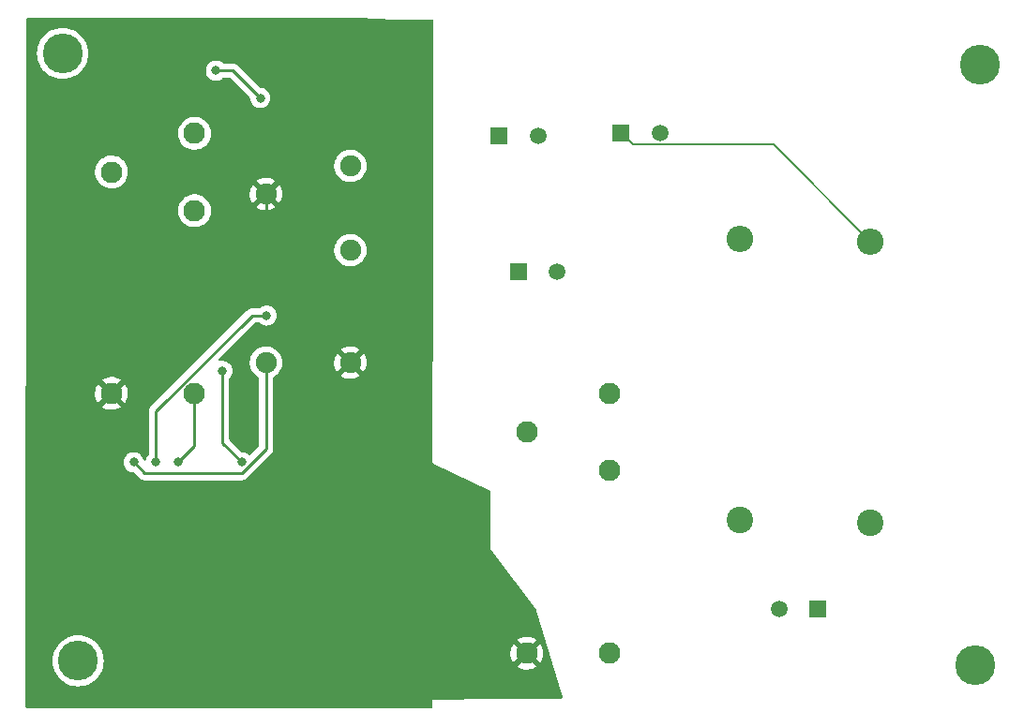
<source format=gbr>
%TF.GenerationSoftware,KiCad,Pcbnew,(6.0.2)*%
%TF.CreationDate,2022-07-14T16:33:34+09:00*%
%TF.ProjectId,Junction,4a756e63-7469-46f6-9e2e-6b696361645f,rev?*%
%TF.SameCoordinates,Original*%
%TF.FileFunction,Copper,L2,Bot*%
%TF.FilePolarity,Positive*%
%FSLAX46Y46*%
G04 Gerber Fmt 4.6, Leading zero omitted, Abs format (unit mm)*
G04 Created by KiCad (PCBNEW (6.0.2)) date 2022-07-14 16:33:34*
%MOMM*%
%LPD*%
G01*
G04 APERTURE LIST*
%TA.AperFunction,ComponentPad*%
%ADD10C,2.400000*%
%TD*%
%TA.AperFunction,ComponentPad*%
%ADD11O,2.400000X2.400000*%
%TD*%
%TA.AperFunction,ComponentPad*%
%ADD12R,1.520000X1.520000*%
%TD*%
%TA.AperFunction,ComponentPad*%
%ADD13C,1.520000*%
%TD*%
%TA.AperFunction,ComponentPad*%
%ADD14C,1.905000*%
%TD*%
%TA.AperFunction,ComponentPad*%
%ADD15C,1.950000*%
%TD*%
%TA.AperFunction,ViaPad*%
%ADD16C,3.600000*%
%TD*%
%TA.AperFunction,ViaPad*%
%ADD17C,0.800000*%
%TD*%
%TA.AperFunction,Conductor*%
%ADD18C,0.250000*%
%TD*%
%TA.AperFunction,Conductor*%
%ADD19C,0.200000*%
%TD*%
G04 APERTURE END LIST*
D10*
%TO.P,TSMP-,1*%
%TO.N,--*%
X205500000Y-103950000D03*
D11*
%TO.P,TSMP-,2*%
%TO.N,HV_IN-*%
X205500000Y-78550000D03*
%TD*%
D12*
%TO.P,J5,1,Pin_1*%
%TO.N,--*%
X200750000Y-111745001D03*
D13*
%TO.P,J5,2,Pin_2*%
%TO.N,++*%
X197249999Y-111745001D03*
%TD*%
D12*
%TO.P,J4,1,Pin_1*%
%TO.N,HV_IN-*%
X183000000Y-68755000D03*
D13*
%TO.P,J4,2,Pin_2*%
%TO.N,unconnected-(J2-Pad2)*%
X186500001Y-68755000D03*
%TD*%
D10*
%TO.P,TSMP+,1*%
%TO.N,++*%
X193750000Y-103750000D03*
D11*
%TO.P,TSMP+,2*%
%TO.N,HV_IN+*%
X193750000Y-78350000D03*
%TD*%
D14*
%TO.P,U6,1,1*%
%TO.N,GND*%
X158562250Y-89511300D03*
%TO.P,U6,2,2*%
%TO.N,PUMP_SIGNAL*%
X158562250Y-79351300D03*
%TO.P,U6,3,3*%
%TO.N,unconnected-(U6-Pad3)*%
X158562250Y-71731300D03*
%TO.P,U6,4,4*%
%TO.N,GND*%
X150942250Y-74271300D03*
%TO.P,U6,5,5*%
%TO.N,PUMP*%
X150942250Y-89511300D03*
%TD*%
D12*
%TO.P,J2,1,Pin_1*%
%TO.N,Net-(RELAY_DISCHARGE1-Pad4)*%
X172000000Y-69000000D03*
D13*
%TO.P,J2,2,Pin_2*%
%TO.N,HV_IN-*%
X175500001Y-69000000D03*
%TD*%
D15*
%TO.P,RELAY_DISCHARGE1,1,COIL_1*%
%TO.N,LV_ACTIVE*%
X182000000Y-115775000D03*
%TO.P,RELAY_DISCHARGE1,2,NC*%
%TO.N,HV_IN+*%
X182000000Y-99275000D03*
%TO.P,RELAY_DISCHARGE1,3,NO*%
%TO.N,unconnected-(RELAY_DISCHARGE1-Pad3)*%
X182000000Y-92275000D03*
%TO.P,RELAY_DISCHARGE1,4,COM*%
%TO.N,Net-(RELAY_DISCHARGE1-Pad4)*%
X174500000Y-95775000D03*
%TO.P,RELAY_DISCHARGE1,5,COIL_2*%
%TO.N,GND*%
X174500000Y-115775000D03*
%TD*%
D12*
%TO.P,J3,1,Pin_1*%
%TO.N,HV_IN+*%
X173750000Y-81275001D03*
D13*
%TO.P,J3,2,Pin_2*%
%TO.N,unconnected-(J3-Pad2)*%
X177250001Y-81275001D03*
%TD*%
D15*
%TO.P,Fan Relay,1,COIL_1*%
%TO.N,RADIATOR_FAN*%
X144496000Y-92284000D03*
%TO.P,Fan Relay,2,NC*%
%TO.N,unconnected-(RELAY_DISCHARGE2-Pad2)*%
X144496000Y-75784000D03*
%TO.P,Fan Relay,3,NO*%
%TO.N,LV_FAN*%
X144496000Y-68784000D03*
%TO.P,Fan Relay,4,COM*%
%TO.N,FAN_PWR_LEFT*%
X136996000Y-72284000D03*
%TO.P,Fan Relay,5,COIL_2*%
%TO.N,GND*%
X136996000Y-92284000D03*
%TD*%
D16*
%TO.N,*%
X215011000Y-116840000D03*
X133985000Y-116459000D03*
X132588000Y-61567000D03*
X215392000Y-62617000D03*
D17*
%TO.N,GND*%
X170150000Y-115775000D03*
X169896000Y-108409000D03*
%TO.N,LV_ACTIVE*%
X146431000Y-63119000D03*
X150431500Y-65595500D03*
%TO.N,PUMP*%
X138996000Y-98509000D03*
%TO.N,RADIATOR_FAN*%
X142996000Y-98509000D03*
%TO.N,PUMP_SIGNAL*%
X140996000Y-98509000D03*
X150996000Y-85259000D03*
%TO.N,chul*%
X146996000Y-90259000D03*
X148746000Y-98509000D03*
%TD*%
D18*
%TO.N,GND*%
X169896000Y-108809000D02*
X169896000Y-108409000D01*
X170150000Y-109063000D02*
X169896000Y-108809000D01*
X150942250Y-74271300D02*
X150942250Y-81891300D01*
X170150000Y-115775000D02*
X170150000Y-109063000D01*
X150942250Y-81891300D02*
X158562250Y-89511300D01*
%TO.N,LV_ACTIVE*%
X150495000Y-65659000D02*
X150431500Y-65595500D01*
X146431000Y-63119000D02*
X147955000Y-63119000D01*
X147955000Y-63119000D02*
X150431500Y-65595500D01*
%TO.N,PUMP*%
X139996000Y-99509000D02*
X148770614Y-99509000D01*
X148770614Y-99509000D02*
X150942250Y-97337364D01*
X150942250Y-97337364D02*
X150942250Y-89511300D01*
X138996000Y-98509000D02*
X139996000Y-99509000D01*
%TO.N,RADIATOR_FAN*%
X144496000Y-92284000D02*
X144496000Y-97009000D01*
X144496000Y-97009000D02*
X142996000Y-98509000D01*
%TO.N,PUMP_SIGNAL*%
X149683213Y-85259000D02*
X140996000Y-93946213D01*
X140996000Y-93946213D02*
X140996000Y-98509000D01*
X150996000Y-85259000D02*
X149683213Y-85259000D01*
D19*
%TO.N,HV_IN-*%
X196764511Y-69814511D02*
X205500000Y-78550000D01*
X183000000Y-68755000D02*
X184059511Y-69814511D01*
X184059511Y-69814511D02*
X196764511Y-69814511D01*
D18*
%TO.N,chul*%
X146996000Y-90259000D02*
X146996000Y-96759000D01*
X146996000Y-96759000D02*
X148746000Y-98509000D01*
%TD*%
%TA.AperFunction,Conductor*%
%TO.N,GND*%
G36*
X160230127Y-58403002D02*
G01*
X160271391Y-58450624D01*
X160273460Y-58452429D01*
X160147000Y-95758000D01*
X166026404Y-98605795D01*
X166042093Y-98613394D01*
X166042094Y-98613395D01*
X171174926Y-101099574D01*
X171227515Y-101147271D01*
X171246000Y-101212972D01*
X171246000Y-106384000D01*
X175373279Y-111868766D01*
X175393454Y-111908890D01*
X177138399Y-117827205D01*
X177698738Y-119727702D01*
X177698818Y-119798698D01*
X177660501Y-119858467D01*
X177595953Y-119888032D01*
X177578886Y-119889331D01*
X171631294Y-119936713D01*
X165997062Y-119981598D01*
X129921000Y-120269000D01*
X129897481Y-116459000D01*
X131671547Y-116459000D01*
X131671817Y-116463119D01*
X131681827Y-116615835D01*
X131691339Y-116760966D01*
X131692143Y-116765006D01*
X131692143Y-116765009D01*
X131748872Y-117050203D01*
X131750376Y-117057766D01*
X131751701Y-117061670D01*
X131751702Y-117061673D01*
X131846322Y-117340414D01*
X131847648Y-117344320D01*
X131981491Y-117615726D01*
X132149614Y-117867341D01*
X132152328Y-117870435D01*
X132152332Y-117870441D01*
X132346433Y-118091769D01*
X132349142Y-118094858D01*
X132352231Y-118097567D01*
X132573559Y-118291668D01*
X132573565Y-118291672D01*
X132576659Y-118294386D01*
X132580085Y-118296675D01*
X132580090Y-118296679D01*
X132768371Y-118422484D01*
X132828273Y-118462509D01*
X132831972Y-118464333D01*
X132831977Y-118464336D01*
X132971308Y-118533046D01*
X133099680Y-118596352D01*
X133103585Y-118597677D01*
X133103586Y-118597678D01*
X133382327Y-118692298D01*
X133382330Y-118692299D01*
X133386234Y-118693624D01*
X133390273Y-118694427D01*
X133390279Y-118694429D01*
X133678991Y-118751857D01*
X133678994Y-118751857D01*
X133683034Y-118752661D01*
X133687145Y-118752930D01*
X133687149Y-118752931D01*
X133980881Y-118772183D01*
X133985000Y-118772453D01*
X133989119Y-118772183D01*
X134282851Y-118752931D01*
X134282855Y-118752930D01*
X134286966Y-118752661D01*
X134291006Y-118751857D01*
X134291009Y-118751857D01*
X134579721Y-118694429D01*
X134579727Y-118694427D01*
X134583766Y-118693624D01*
X134587670Y-118692299D01*
X134587673Y-118692298D01*
X134866414Y-118597678D01*
X134866415Y-118597677D01*
X134870320Y-118596352D01*
X134998692Y-118533046D01*
X135138023Y-118464336D01*
X135138028Y-118464333D01*
X135141727Y-118462509D01*
X135201629Y-118422484D01*
X135389910Y-118296679D01*
X135389915Y-118296675D01*
X135393341Y-118294386D01*
X135396435Y-118291672D01*
X135396441Y-118291668D01*
X135617769Y-118097567D01*
X135620858Y-118094858D01*
X135623567Y-118091769D01*
X135817668Y-117870441D01*
X135817672Y-117870435D01*
X135820386Y-117867341D01*
X135988509Y-117615726D01*
X136122352Y-117344320D01*
X136123678Y-117340414D01*
X136218298Y-117061673D01*
X136218299Y-117061670D01*
X136219624Y-117057766D01*
X136221129Y-117050203D01*
X136232781Y-116991624D01*
X173648621Y-116991624D01*
X173652988Y-116997774D01*
X173852563Y-117114397D01*
X173861846Y-117118844D01*
X174080007Y-117202152D01*
X174089905Y-117205028D01*
X174318744Y-117251585D01*
X174328972Y-117252804D01*
X174562340Y-117261362D01*
X174572626Y-117260895D01*
X174804262Y-117231222D01*
X174814340Y-117229080D01*
X175038014Y-117161974D01*
X175047612Y-117158212D01*
X175257324Y-117055476D01*
X175266169Y-117050203D01*
X175338869Y-116998347D01*
X175347270Y-116987646D01*
X175340283Y-116974493D01*
X174512812Y-116147022D01*
X174498868Y-116139408D01*
X174497035Y-116139539D01*
X174490420Y-116143790D01*
X173655881Y-116978329D01*
X173648621Y-116991624D01*
X136232781Y-116991624D01*
X136277857Y-116765009D01*
X136277857Y-116765006D01*
X136278661Y-116760966D01*
X136288174Y-116615835D01*
X136298183Y-116463119D01*
X136298453Y-116459000D01*
X136289830Y-116327442D01*
X136278931Y-116161149D01*
X136278930Y-116161145D01*
X136278661Y-116157034D01*
X136277857Y-116152991D01*
X136220429Y-115864279D01*
X136220427Y-115864273D01*
X136219624Y-115860234D01*
X136191698Y-115777965D01*
X136180100Y-115743799D01*
X173012658Y-115743799D01*
X173026102Y-115976942D01*
X173027535Y-115987144D01*
X173078873Y-116214949D01*
X173081956Y-116224789D01*
X173169814Y-116441156D01*
X173174457Y-116450347D01*
X173275555Y-116615325D01*
X173286011Y-116624785D01*
X173294789Y-116621001D01*
X174127978Y-115787812D01*
X174134356Y-115776132D01*
X174864408Y-115776132D01*
X174864539Y-115777965D01*
X174868790Y-115784580D01*
X175700045Y-116615835D01*
X175712055Y-116622394D01*
X175723794Y-116613426D01*
X175772518Y-116545619D01*
X175777829Y-116536780D01*
X175881291Y-116327442D01*
X175885089Y-116317849D01*
X175952974Y-116094413D01*
X175955151Y-116084343D01*
X175985869Y-115851015D01*
X175986388Y-115844340D01*
X175988001Y-115778364D01*
X175987807Y-115771647D01*
X175968525Y-115537108D01*
X175966842Y-115526946D01*
X175909952Y-115300453D01*
X175906634Y-115290706D01*
X175813513Y-115076542D01*
X175808646Y-115067467D01*
X175723465Y-114935796D01*
X175712779Y-114926593D01*
X175703214Y-114930996D01*
X174872022Y-115762188D01*
X174864408Y-115776132D01*
X174134356Y-115776132D01*
X174135592Y-115773868D01*
X174135461Y-115772035D01*
X174131210Y-115765420D01*
X173299892Y-114934102D01*
X173288356Y-114927802D01*
X173276073Y-114937426D01*
X173209036Y-115035698D01*
X173203943Y-115044662D01*
X173105619Y-115256483D01*
X173102062Y-115266151D01*
X173039657Y-115491178D01*
X173037726Y-115501298D01*
X173012910Y-115733510D01*
X173012658Y-115743799D01*
X136180100Y-115743799D01*
X136123678Y-115577586D01*
X136123677Y-115577585D01*
X136122352Y-115573680D01*
X135988509Y-115302274D01*
X135820386Y-115050659D01*
X135817672Y-115047565D01*
X135817668Y-115047559D01*
X135623567Y-114826231D01*
X135620858Y-114823142D01*
X135617769Y-114820433D01*
X135396441Y-114626332D01*
X135396435Y-114626328D01*
X135393341Y-114623614D01*
X135389911Y-114621322D01*
X135389910Y-114621321D01*
X135301342Y-114562142D01*
X173651938Y-114562142D01*
X173658684Y-114574474D01*
X174487188Y-115402978D01*
X174501132Y-115410592D01*
X174502965Y-115410461D01*
X174509580Y-115406210D01*
X175342391Y-114573399D01*
X175349412Y-114560543D01*
X175341639Y-114549875D01*
X175327548Y-114538746D01*
X175318970Y-114533047D01*
X175114526Y-114420189D01*
X175105126Y-114415964D01*
X174884993Y-114338011D01*
X174875036Y-114335381D01*
X174645129Y-114294427D01*
X174634878Y-114293458D01*
X174401367Y-114290605D01*
X174391083Y-114291325D01*
X174160253Y-114326647D01*
X174150225Y-114329036D01*
X173928263Y-114401584D01*
X173918753Y-114405581D01*
X173711624Y-114513405D01*
X173702904Y-114518897D01*
X173660391Y-114550817D01*
X173651938Y-114562142D01*
X135301342Y-114562142D01*
X135145160Y-114457785D01*
X135141727Y-114455491D01*
X135138028Y-114453667D01*
X135138023Y-114453664D01*
X134998692Y-114384954D01*
X134870320Y-114321648D01*
X134787275Y-114293458D01*
X134587673Y-114225702D01*
X134587670Y-114225701D01*
X134583766Y-114224376D01*
X134579727Y-114223573D01*
X134579721Y-114223571D01*
X134291009Y-114166143D01*
X134291006Y-114166143D01*
X134286966Y-114165339D01*
X134282855Y-114165070D01*
X134282851Y-114165069D01*
X133989119Y-114145817D01*
X133985000Y-114145547D01*
X133980881Y-114145817D01*
X133687149Y-114165069D01*
X133687145Y-114165070D01*
X133683034Y-114165339D01*
X133678994Y-114166143D01*
X133678991Y-114166143D01*
X133390279Y-114223571D01*
X133390273Y-114223573D01*
X133386234Y-114224376D01*
X133382330Y-114225701D01*
X133382327Y-114225702D01*
X133182725Y-114293458D01*
X133099680Y-114321648D01*
X132971442Y-114384888D01*
X132831978Y-114453664D01*
X132831973Y-114453667D01*
X132828274Y-114455491D01*
X132576659Y-114623614D01*
X132573565Y-114626328D01*
X132573559Y-114626332D01*
X132352231Y-114820433D01*
X132349142Y-114823142D01*
X132346433Y-114826231D01*
X132152332Y-115047559D01*
X132152328Y-115047565D01*
X132149614Y-115050659D01*
X131981491Y-115302274D01*
X131847648Y-115573680D01*
X131846323Y-115577585D01*
X131846322Y-115577586D01*
X131778303Y-115777965D01*
X131750376Y-115860234D01*
X131749573Y-115864273D01*
X131749571Y-115864279D01*
X131692143Y-116152991D01*
X131691339Y-116157034D01*
X131691070Y-116161145D01*
X131691069Y-116161149D01*
X131680170Y-116327442D01*
X131671547Y-116459000D01*
X129897481Y-116459000D01*
X129786679Y-98509000D01*
X138082496Y-98509000D01*
X138102458Y-98698928D01*
X138161473Y-98880556D01*
X138256960Y-99045944D01*
X138384747Y-99187866D01*
X138539248Y-99300118D01*
X138545276Y-99302802D01*
X138545278Y-99302803D01*
X138707681Y-99375109D01*
X138713712Y-99377794D01*
X138807113Y-99397647D01*
X138894056Y-99416128D01*
X138894061Y-99416128D01*
X138900513Y-99417500D01*
X138956406Y-99417500D01*
X139024527Y-99437502D01*
X139045501Y-99454405D01*
X139492343Y-99901247D01*
X139499887Y-99909537D01*
X139504000Y-99916018D01*
X139509777Y-99921443D01*
X139553667Y-99962658D01*
X139556509Y-99965413D01*
X139576231Y-99985135D01*
X139579355Y-99987558D01*
X139579359Y-99987562D01*
X139579424Y-99987612D01*
X139588445Y-99995317D01*
X139620679Y-100025586D01*
X139627627Y-100029405D01*
X139627629Y-100029407D01*
X139638432Y-100035346D01*
X139654959Y-100046202D01*
X139664698Y-100053757D01*
X139664700Y-100053758D01*
X139670960Y-100058614D01*
X139711540Y-100076174D01*
X139722188Y-100081391D01*
X139746976Y-100095018D01*
X139760940Y-100102695D01*
X139768616Y-100104666D01*
X139768619Y-100104667D01*
X139780562Y-100107733D01*
X139799267Y-100114137D01*
X139817855Y-100122181D01*
X139825678Y-100123420D01*
X139825688Y-100123423D01*
X139861524Y-100129099D01*
X139873144Y-100131505D01*
X139904959Y-100139673D01*
X139915970Y-100142500D01*
X139936224Y-100142500D01*
X139955934Y-100144051D01*
X139975943Y-100147220D01*
X139983835Y-100146474D01*
X140002580Y-100144702D01*
X140019962Y-100143059D01*
X140031819Y-100142500D01*
X148691847Y-100142500D01*
X148703030Y-100143027D01*
X148710523Y-100144702D01*
X148718449Y-100144453D01*
X148718450Y-100144453D01*
X148778600Y-100142562D01*
X148782559Y-100142500D01*
X148810470Y-100142500D01*
X148814405Y-100142003D01*
X148814470Y-100141995D01*
X148826307Y-100141062D01*
X148858565Y-100140048D01*
X148862584Y-100139922D01*
X148870503Y-100139673D01*
X148889957Y-100134021D01*
X148909314Y-100130013D01*
X148921544Y-100128468D01*
X148921545Y-100128468D01*
X148929411Y-100127474D01*
X148936782Y-100124555D01*
X148936784Y-100124555D01*
X148970526Y-100111196D01*
X148981756Y-100107351D01*
X149016597Y-100097229D01*
X149016598Y-100097229D01*
X149024207Y-100095018D01*
X149031026Y-100090985D01*
X149031031Y-100090983D01*
X149041642Y-100084707D01*
X149059390Y-100076012D01*
X149078231Y-100068552D01*
X149114001Y-100042564D01*
X149123921Y-100036048D01*
X149155149Y-100017580D01*
X149155152Y-100017578D01*
X149161976Y-100013542D01*
X149176297Y-99999221D01*
X149191331Y-99986380D01*
X149193045Y-99985135D01*
X149207721Y-99974472D01*
X149235912Y-99940395D01*
X149243902Y-99931616D01*
X151334503Y-97841016D01*
X151342789Y-97833476D01*
X151349268Y-97829364D01*
X151395894Y-97779712D01*
X151398648Y-97776871D01*
X151418385Y-97757134D01*
X151420865Y-97753937D01*
X151428570Y-97744915D01*
X151453409Y-97718464D01*
X151458836Y-97712685D01*
X151462655Y-97705739D01*
X151462657Y-97705736D01*
X151468598Y-97694930D01*
X151479449Y-97678411D01*
X151487008Y-97668665D01*
X151491864Y-97662405D01*
X151495009Y-97655136D01*
X151495012Y-97655132D01*
X151509424Y-97621827D01*
X151514641Y-97611177D01*
X151535945Y-97572424D01*
X151540983Y-97552801D01*
X151547387Y-97534098D01*
X151552283Y-97522784D01*
X151552283Y-97522783D01*
X151555431Y-97515509D01*
X151556670Y-97507686D01*
X151556673Y-97507676D01*
X151562349Y-97471840D01*
X151564755Y-97460220D01*
X151573778Y-97425075D01*
X151573778Y-97425074D01*
X151575750Y-97417394D01*
X151575750Y-97397140D01*
X151577301Y-97377429D01*
X151579230Y-97365250D01*
X151580470Y-97357421D01*
X151576309Y-97313402D01*
X151575750Y-97301545D01*
X151575750Y-90906517D01*
X151595752Y-90838396D01*
X151646318Y-90793365D01*
X151688267Y-90772815D01*
X151688271Y-90772813D01*
X151692908Y-90770541D01*
X151697727Y-90767104D01*
X151775086Y-90711924D01*
X157726862Y-90711924D01*
X157730364Y-90716851D01*
X157924568Y-90830335D01*
X157933851Y-90834782D01*
X158148556Y-90916770D01*
X158158458Y-90919647D01*
X158383652Y-90965463D01*
X158393904Y-90966686D01*
X158623566Y-90975107D01*
X158633852Y-90974640D01*
X158861815Y-90945437D01*
X158871901Y-90943294D01*
X159092029Y-90877252D01*
X159101624Y-90873491D01*
X159308000Y-90772389D01*
X159316866Y-90767104D01*
X159384987Y-90718513D01*
X159393388Y-90707813D01*
X159386400Y-90694660D01*
X158575062Y-89883322D01*
X158561118Y-89875708D01*
X158559285Y-89875839D01*
X158552670Y-89880090D01*
X157734110Y-90698650D01*
X157726862Y-90711924D01*
X151775086Y-90711924D01*
X151884292Y-90634028D01*
X151888495Y-90631030D01*
X152058670Y-90461448D01*
X152198863Y-90266349D01*
X152305309Y-90050973D01*
X152333213Y-89959130D01*
X152373645Y-89826056D01*
X152373646Y-89826050D01*
X152375149Y-89821104D01*
X152406507Y-89582914D01*
X152408257Y-89511300D01*
X152405737Y-89480651D01*
X157097479Y-89480651D01*
X157110709Y-89710090D01*
X157112145Y-89720311D01*
X157162670Y-89944504D01*
X157165749Y-89954332D01*
X157252217Y-90167276D01*
X157256860Y-90176467D01*
X157354169Y-90335261D01*
X157364626Y-90344721D01*
X157373402Y-90340938D01*
X158190228Y-89524112D01*
X158196606Y-89512432D01*
X158926658Y-89512432D01*
X158926789Y-89514265D01*
X158931040Y-89520880D01*
X159746172Y-90336012D01*
X159758182Y-90342571D01*
X159769921Y-90333603D01*
X159815415Y-90270291D01*
X159820726Y-90261452D01*
X159922548Y-90055429D01*
X159926347Y-90045834D01*
X159993154Y-89825950D01*
X159995333Y-89815869D01*
X160025568Y-89586212D01*
X160026087Y-89579537D01*
X160027673Y-89514664D01*
X160027479Y-89507947D01*
X160008500Y-89277096D01*
X160006817Y-89266934D01*
X159950828Y-89044029D01*
X159947509Y-89034281D01*
X159855866Y-88823513D01*
X159850999Y-88814436D01*
X159769441Y-88688369D01*
X159758755Y-88679167D01*
X159749190Y-88683570D01*
X158934272Y-89498488D01*
X158926658Y-89512432D01*
X158196606Y-89512432D01*
X158197842Y-89510168D01*
X158197711Y-89508335D01*
X158193460Y-89501720D01*
X157378335Y-88686595D01*
X157366799Y-88680295D01*
X157354516Y-88689919D01*
X157290920Y-88783147D01*
X157285821Y-88792121D01*
X157189063Y-89000569D01*
X157185500Y-89010256D01*
X157124085Y-89231709D01*
X157122154Y-89241829D01*
X157097731Y-89470363D01*
X157097479Y-89480651D01*
X152405737Y-89480651D01*
X152388572Y-89271863D01*
X152330044Y-89038856D01*
X152234247Y-88818537D01*
X152103752Y-88616823D01*
X151942064Y-88439130D01*
X151798462Y-88325720D01*
X151784272Y-88314513D01*
X157730259Y-88314513D01*
X157737003Y-88326843D01*
X158549438Y-89139278D01*
X158563382Y-89146892D01*
X158565215Y-89146761D01*
X158571830Y-89142510D01*
X159388620Y-88325720D01*
X159395640Y-88312864D01*
X159387865Y-88302194D01*
X159377311Y-88293858D01*
X159368718Y-88288149D01*
X159167528Y-88177086D01*
X159158116Y-88172856D01*
X158941482Y-88096141D01*
X158931511Y-88093507D01*
X158705255Y-88053205D01*
X158695002Y-88052236D01*
X158465192Y-88049428D01*
X158454908Y-88050148D01*
X158227734Y-88084910D01*
X158217707Y-88087299D01*
X157999262Y-88158698D01*
X157989753Y-88162695D01*
X157785903Y-88268813D01*
X157777185Y-88274302D01*
X157738712Y-88303188D01*
X157730259Y-88314513D01*
X151784272Y-88314513D01*
X151757580Y-88293433D01*
X151757575Y-88293430D01*
X151753526Y-88290232D01*
X151749010Y-88287739D01*
X151749007Y-88287737D01*
X151547724Y-88176623D01*
X151547720Y-88176621D01*
X151543200Y-88174126D01*
X151538331Y-88172402D01*
X151538327Y-88172400D01*
X151321610Y-88095656D01*
X151321606Y-88095655D01*
X151316735Y-88093930D01*
X151311642Y-88093023D01*
X151311639Y-88093022D01*
X151085302Y-88052705D01*
X151085296Y-88052704D01*
X151080213Y-88051799D01*
X150992850Y-88050732D01*
X150845157Y-88048927D01*
X150845155Y-88048927D01*
X150839987Y-88048864D01*
X150602506Y-88085204D01*
X150490253Y-88121894D01*
X150379067Y-88158234D01*
X150379061Y-88158237D01*
X150374149Y-88159842D01*
X150369563Y-88162229D01*
X150369559Y-88162231D01*
X150165643Y-88268384D01*
X150161050Y-88270775D01*
X150138459Y-88287737D01*
X150086375Y-88326843D01*
X149968930Y-88415023D01*
X149802949Y-88588712D01*
X149667564Y-88787178D01*
X149665390Y-88791861D01*
X149665388Y-88791865D01*
X149650698Y-88823513D01*
X149566413Y-89005090D01*
X149502210Y-89236598D01*
X149476681Y-89475482D01*
X149476978Y-89480635D01*
X149476978Y-89480638D01*
X149482682Y-89579562D01*
X149490510Y-89715329D01*
X149491647Y-89720375D01*
X149491648Y-89720381D01*
X149515463Y-89826056D01*
X149543327Y-89949696D01*
X149545269Y-89954478D01*
X149545270Y-89954482D01*
X149631677Y-90167276D01*
X149633713Y-90172290D01*
X149759241Y-90377132D01*
X149916539Y-90558722D01*
X150101383Y-90712183D01*
X150105835Y-90714785D01*
X150105840Y-90714788D01*
X150195369Y-90767104D01*
X150244723Y-90795944D01*
X150246321Y-90796878D01*
X150295044Y-90848517D01*
X150308750Y-90905666D01*
X150308750Y-97022770D01*
X150288748Y-97090891D01*
X150271845Y-97111865D01*
X149544157Y-97839553D01*
X149481845Y-97873579D01*
X149411030Y-97868514D01*
X149367238Y-97838724D01*
X149366577Y-97839459D01*
X149361675Y-97835045D01*
X149357253Y-97830134D01*
X149202752Y-97717882D01*
X149196724Y-97715198D01*
X149196722Y-97715197D01*
X149034319Y-97642891D01*
X149034318Y-97642891D01*
X149028288Y-97640206D01*
X148916173Y-97616375D01*
X148847944Y-97601872D01*
X148847939Y-97601872D01*
X148841487Y-97600500D01*
X148785594Y-97600500D01*
X148717473Y-97580498D01*
X148696499Y-97563595D01*
X147666405Y-96533500D01*
X147632379Y-96471188D01*
X147629500Y-96444405D01*
X147629500Y-90961524D01*
X147649502Y-90893403D01*
X147661858Y-90877221D01*
X147735040Y-90795944D01*
X147830527Y-90630556D01*
X147889542Y-90448928D01*
X147900495Y-90344721D01*
X147908814Y-90265565D01*
X147909504Y-90259000D01*
X147889542Y-90069072D01*
X147830527Y-89887444D01*
X147735040Y-89722056D01*
X147607253Y-89580134D01*
X147470309Y-89480638D01*
X147458094Y-89471763D01*
X147458093Y-89471762D01*
X147452752Y-89467882D01*
X147446724Y-89465198D01*
X147446722Y-89465197D01*
X147284319Y-89392891D01*
X147284318Y-89392891D01*
X147278288Y-89390206D01*
X147174349Y-89368113D01*
X147097944Y-89351872D01*
X147097939Y-89351872D01*
X147091487Y-89350500D01*
X146900513Y-89350500D01*
X146894061Y-89351872D01*
X146894056Y-89351872D01*
X146792236Y-89373515D01*
X146721445Y-89368113D01*
X146664813Y-89325296D01*
X146640319Y-89258658D01*
X146655740Y-89189357D01*
X146676944Y-89161173D01*
X149908712Y-85929405D01*
X149971024Y-85895379D01*
X149997807Y-85892500D01*
X150287800Y-85892500D01*
X150355921Y-85912502D01*
X150375147Y-85928843D01*
X150375420Y-85928540D01*
X150380332Y-85932963D01*
X150384747Y-85937866D01*
X150539248Y-86050118D01*
X150545276Y-86052802D01*
X150545278Y-86052803D01*
X150707681Y-86125109D01*
X150713712Y-86127794D01*
X150807112Y-86147647D01*
X150894056Y-86166128D01*
X150894061Y-86166128D01*
X150900513Y-86167500D01*
X151091487Y-86167500D01*
X151097939Y-86166128D01*
X151097944Y-86166128D01*
X151184888Y-86147647D01*
X151278288Y-86127794D01*
X151284319Y-86125109D01*
X151446722Y-86052803D01*
X151446724Y-86052802D01*
X151452752Y-86050118D01*
X151607253Y-85937866D01*
X151630091Y-85912502D01*
X151730621Y-85800852D01*
X151730622Y-85800851D01*
X151735040Y-85795944D01*
X151830527Y-85630556D01*
X151889542Y-85448928D01*
X151909504Y-85259000D01*
X151889542Y-85069072D01*
X151830527Y-84887444D01*
X151735040Y-84722056D01*
X151718882Y-84704110D01*
X151611675Y-84585045D01*
X151611674Y-84585044D01*
X151607253Y-84580134D01*
X151452752Y-84467882D01*
X151446724Y-84465198D01*
X151446722Y-84465197D01*
X151284319Y-84392891D01*
X151284318Y-84392891D01*
X151278288Y-84390206D01*
X151184888Y-84370353D01*
X151097944Y-84351872D01*
X151097939Y-84351872D01*
X151091487Y-84350500D01*
X150900513Y-84350500D01*
X150894061Y-84351872D01*
X150894056Y-84351872D01*
X150807112Y-84370353D01*
X150713712Y-84390206D01*
X150707682Y-84392891D01*
X150707681Y-84392891D01*
X150545278Y-84465197D01*
X150545276Y-84465198D01*
X150539248Y-84467882D01*
X150533907Y-84471762D01*
X150533906Y-84471763D01*
X150406329Y-84564454D01*
X150384747Y-84580134D01*
X150380332Y-84585037D01*
X150375420Y-84589460D01*
X150374295Y-84588211D01*
X150320986Y-84621051D01*
X150287800Y-84625500D01*
X149761976Y-84625500D01*
X149750792Y-84624973D01*
X149743304Y-84623299D01*
X149735381Y-84623548D01*
X149675246Y-84625438D01*
X149671288Y-84625500D01*
X149643357Y-84625500D01*
X149639442Y-84625995D01*
X149639438Y-84625995D01*
X149639380Y-84626003D01*
X149639351Y-84626006D01*
X149627509Y-84626939D01*
X149583323Y-84628327D01*
X149565957Y-84633372D01*
X149563871Y-84633978D01*
X149544519Y-84637986D01*
X149532281Y-84639532D01*
X149532279Y-84639533D01*
X149524416Y-84640526D01*
X149483299Y-84656806D01*
X149472098Y-84660641D01*
X149429619Y-84672982D01*
X149422800Y-84677015D01*
X149422795Y-84677017D01*
X149412184Y-84683293D01*
X149394434Y-84691990D01*
X149375596Y-84699448D01*
X149369180Y-84704109D01*
X149369179Y-84704110D01*
X149339838Y-84725428D01*
X149329914Y-84731947D01*
X149298673Y-84750422D01*
X149298668Y-84750426D01*
X149291850Y-84754458D01*
X149277526Y-84768782D01*
X149262494Y-84781621D01*
X149246106Y-84793528D01*
X149229583Y-84813501D01*
X149217925Y-84827593D01*
X149209935Y-84836373D01*
X140603747Y-93442561D01*
X140595461Y-93450101D01*
X140588982Y-93454213D01*
X140583557Y-93459990D01*
X140542357Y-93503864D01*
X140539602Y-93506706D01*
X140519865Y-93526443D01*
X140517385Y-93529640D01*
X140509682Y-93538660D01*
X140479414Y-93570892D01*
X140475595Y-93577838D01*
X140475593Y-93577841D01*
X140469652Y-93588647D01*
X140458801Y-93605166D01*
X140446386Y-93621172D01*
X140443241Y-93628441D01*
X140443238Y-93628445D01*
X140428826Y-93661750D01*
X140423609Y-93672400D01*
X140402305Y-93711153D01*
X140400334Y-93718828D01*
X140400334Y-93718829D01*
X140397267Y-93730775D01*
X140390863Y-93749479D01*
X140382819Y-93768068D01*
X140381580Y-93775891D01*
X140381577Y-93775901D01*
X140375901Y-93811737D01*
X140373495Y-93823357D01*
X140362500Y-93866183D01*
X140362500Y-93886437D01*
X140360949Y-93906147D01*
X140357780Y-93926156D01*
X140358526Y-93934048D01*
X140361941Y-93970174D01*
X140362500Y-93982032D01*
X140362500Y-97806476D01*
X140342498Y-97874597D01*
X140330142Y-97890779D01*
X140256960Y-97972056D01*
X140161473Y-98137444D01*
X140159432Y-98143726D01*
X140115833Y-98277909D01*
X140075759Y-98336514D01*
X140010363Y-98364151D01*
X139940406Y-98352044D01*
X139888100Y-98304038D01*
X139876167Y-98277909D01*
X139832568Y-98143726D01*
X139830527Y-98137444D01*
X139735040Y-97972056D01*
X139641811Y-97868514D01*
X139611675Y-97835045D01*
X139611674Y-97835044D01*
X139607253Y-97830134D01*
X139452752Y-97717882D01*
X139446724Y-97715198D01*
X139446722Y-97715197D01*
X139284319Y-97642891D01*
X139284318Y-97642891D01*
X139278288Y-97640206D01*
X139166173Y-97616375D01*
X139097944Y-97601872D01*
X139097939Y-97601872D01*
X139091487Y-97600500D01*
X138900513Y-97600500D01*
X138894061Y-97601872D01*
X138894056Y-97601872D01*
X138825827Y-97616375D01*
X138713712Y-97640206D01*
X138707682Y-97642891D01*
X138707681Y-97642891D01*
X138545278Y-97715197D01*
X138545276Y-97715198D01*
X138539248Y-97717882D01*
X138384747Y-97830134D01*
X138380326Y-97835044D01*
X138380325Y-97835045D01*
X138350190Y-97868514D01*
X138256960Y-97972056D01*
X138161473Y-98137444D01*
X138102458Y-98319072D01*
X138101768Y-98325633D01*
X138101768Y-98325635D01*
X138097720Y-98364151D01*
X138082496Y-98509000D01*
X129786679Y-98509000D01*
X129755763Y-93500624D01*
X136144621Y-93500624D01*
X136148988Y-93506774D01*
X136348563Y-93623397D01*
X136357846Y-93627844D01*
X136576007Y-93711152D01*
X136585905Y-93714028D01*
X136814744Y-93760585D01*
X136824972Y-93761804D01*
X137058340Y-93770362D01*
X137068626Y-93769895D01*
X137300262Y-93740222D01*
X137310340Y-93738080D01*
X137534014Y-93670974D01*
X137543612Y-93667212D01*
X137753324Y-93564476D01*
X137762169Y-93559203D01*
X137834869Y-93507347D01*
X137843270Y-93496646D01*
X137836283Y-93483493D01*
X137008812Y-92656022D01*
X136994868Y-92648408D01*
X136993035Y-92648539D01*
X136986420Y-92652790D01*
X136151881Y-93487329D01*
X136144621Y-93500624D01*
X129755763Y-93500624D01*
X129748060Y-92252799D01*
X135508658Y-92252799D01*
X135522102Y-92485942D01*
X135523535Y-92496144D01*
X135574873Y-92723949D01*
X135577956Y-92733789D01*
X135665814Y-92950156D01*
X135670457Y-92959347D01*
X135771555Y-93124325D01*
X135782011Y-93133785D01*
X135790789Y-93130001D01*
X136623978Y-92296812D01*
X136630356Y-92285132D01*
X137360408Y-92285132D01*
X137360539Y-92286965D01*
X137364790Y-92293580D01*
X138196045Y-93124835D01*
X138208055Y-93131394D01*
X138219794Y-93122426D01*
X138268518Y-93054619D01*
X138273829Y-93045780D01*
X138377291Y-92836442D01*
X138381089Y-92826849D01*
X138448974Y-92603413D01*
X138451151Y-92593343D01*
X138481869Y-92360015D01*
X138482388Y-92353340D01*
X138484001Y-92287364D01*
X138483807Y-92280647D01*
X138464525Y-92046108D01*
X138462842Y-92035946D01*
X138405952Y-91809453D01*
X138402634Y-91799706D01*
X138309513Y-91585542D01*
X138304646Y-91576467D01*
X138219465Y-91444796D01*
X138208779Y-91435593D01*
X138199214Y-91439996D01*
X137368022Y-92271188D01*
X137360408Y-92285132D01*
X136630356Y-92285132D01*
X136631592Y-92282868D01*
X136631461Y-92281035D01*
X136627210Y-92274420D01*
X135795892Y-91443102D01*
X135784356Y-91436802D01*
X135772073Y-91446426D01*
X135705036Y-91544698D01*
X135699943Y-91553662D01*
X135601619Y-91765483D01*
X135598062Y-91775151D01*
X135535657Y-92000178D01*
X135533726Y-92010298D01*
X135508910Y-92242510D01*
X135508658Y-92252799D01*
X129748060Y-92252799D01*
X129740766Y-91071142D01*
X136147938Y-91071142D01*
X136154684Y-91083474D01*
X136983188Y-91911978D01*
X136997132Y-91919592D01*
X136998965Y-91919461D01*
X137005580Y-91915210D01*
X137838391Y-91082399D01*
X137845412Y-91069543D01*
X137837639Y-91058875D01*
X137823548Y-91047746D01*
X137814970Y-91042047D01*
X137610526Y-90929189D01*
X137601126Y-90924964D01*
X137380993Y-90847011D01*
X137371036Y-90844381D01*
X137141129Y-90803427D01*
X137130878Y-90802458D01*
X136897367Y-90799605D01*
X136887083Y-90800325D01*
X136656253Y-90835647D01*
X136646225Y-90838036D01*
X136424263Y-90910584D01*
X136414753Y-90914581D01*
X136207624Y-91022405D01*
X136198904Y-91027897D01*
X136156391Y-91059817D01*
X136147938Y-91071142D01*
X129740766Y-91071142D01*
X129668201Y-79315482D01*
X157096681Y-79315482D01*
X157110510Y-79555329D01*
X157111647Y-79560375D01*
X157111648Y-79560381D01*
X157134347Y-79661104D01*
X157163327Y-79789696D01*
X157165269Y-79794478D01*
X157165270Y-79794482D01*
X157204451Y-79890973D01*
X157253713Y-80012290D01*
X157379241Y-80217132D01*
X157536539Y-80398722D01*
X157721383Y-80552183D01*
X157928809Y-80673393D01*
X157933629Y-80675233D01*
X157933634Y-80675236D01*
X158040999Y-80716234D01*
X158153247Y-80759097D01*
X158158313Y-80760128D01*
X158158314Y-80760128D01*
X158214641Y-80771588D01*
X158388669Y-80806994D01*
X158523677Y-80811945D01*
X158623588Y-80815609D01*
X158623592Y-80815609D01*
X158628752Y-80815798D01*
X158633872Y-80815142D01*
X158633874Y-80815142D01*
X158709439Y-80805462D01*
X158867050Y-80785271D01*
X158872001Y-80783786D01*
X158872004Y-80783785D01*
X159092212Y-80717719D01*
X159092211Y-80717719D01*
X159097162Y-80716234D01*
X159312908Y-80610541D01*
X159508495Y-80471030D01*
X159678670Y-80301448D01*
X159818863Y-80106349D01*
X159925309Y-79890973D01*
X159941301Y-79838336D01*
X159993645Y-79666056D01*
X159993646Y-79666050D01*
X159995149Y-79661104D01*
X160026507Y-79422914D01*
X160028257Y-79351300D01*
X160008572Y-79111863D01*
X159950044Y-78878856D01*
X159854247Y-78658537D01*
X159723752Y-78456823D01*
X159562064Y-78279130D01*
X159485233Y-78218453D01*
X159377580Y-78133433D01*
X159377575Y-78133430D01*
X159373526Y-78130232D01*
X159369010Y-78127739D01*
X159369007Y-78127737D01*
X159167724Y-78016623D01*
X159167720Y-78016621D01*
X159163200Y-78014126D01*
X159158331Y-78012402D01*
X159158327Y-78012400D01*
X158941610Y-77935656D01*
X158941606Y-77935655D01*
X158936735Y-77933930D01*
X158931642Y-77933023D01*
X158931639Y-77933022D01*
X158705302Y-77892705D01*
X158705296Y-77892704D01*
X158700213Y-77891799D01*
X158612850Y-77890732D01*
X158465157Y-77888927D01*
X158465155Y-77888927D01*
X158459987Y-77888864D01*
X158222506Y-77925204D01*
X158110253Y-77961894D01*
X157999067Y-77998234D01*
X157999061Y-77998237D01*
X157994149Y-77999842D01*
X157989563Y-78002229D01*
X157989559Y-78002231D01*
X157785643Y-78108384D01*
X157781050Y-78110775D01*
X157588930Y-78255023D01*
X157422949Y-78428712D01*
X157287564Y-78627178D01*
X157285390Y-78631861D01*
X157285388Y-78631865D01*
X157188592Y-78840395D01*
X157186413Y-78845090D01*
X157122210Y-79076598D01*
X157096681Y-79315482D01*
X129668201Y-79315482D01*
X129646177Y-75747631D01*
X143007860Y-75747631D01*
X143008157Y-75752783D01*
X143008157Y-75752787D01*
X143019558Y-75950499D01*
X143021903Y-75991171D01*
X143023040Y-75996217D01*
X143023041Y-75996223D01*
X143046107Y-76098575D01*
X143075533Y-76229147D01*
X143077475Y-76233929D01*
X143077476Y-76233933D01*
X143165367Y-76450382D01*
X143167311Y-76455169D01*
X143294772Y-76663166D01*
X143454492Y-76847553D01*
X143642183Y-77003377D01*
X143852804Y-77126453D01*
X144080698Y-77213478D01*
X144085764Y-77214509D01*
X144085765Y-77214509D01*
X144314667Y-77261080D01*
X144314671Y-77261080D01*
X144319746Y-77262113D01*
X144324922Y-77262303D01*
X144324924Y-77262303D01*
X144558363Y-77270863D01*
X144558367Y-77270863D01*
X144563527Y-77271052D01*
X144568647Y-77270396D01*
X144568649Y-77270396D01*
X144645377Y-77260567D01*
X144805494Y-77240055D01*
X144810443Y-77238570D01*
X144810449Y-77238569D01*
X145034200Y-77171440D01*
X145034199Y-77171440D01*
X145039150Y-77169955D01*
X145258219Y-77062634D01*
X145262424Y-77059634D01*
X145262430Y-77059631D01*
X145452614Y-76923974D01*
X145452616Y-76923972D01*
X145456818Y-76920975D01*
X145629614Y-76748781D01*
X145771966Y-76550677D01*
X145880050Y-76331984D01*
X145912827Y-76224105D01*
X145949462Y-76103527D01*
X145949463Y-76103521D01*
X145950966Y-76098575D01*
X145982807Y-75856717D01*
X145984584Y-75784000D01*
X145964596Y-75540876D01*
X145947276Y-75471924D01*
X150106862Y-75471924D01*
X150110364Y-75476851D01*
X150304568Y-75590335D01*
X150313851Y-75594782D01*
X150528556Y-75676770D01*
X150538458Y-75679647D01*
X150763652Y-75725463D01*
X150773904Y-75726686D01*
X151003566Y-75735107D01*
X151013852Y-75734640D01*
X151241815Y-75705437D01*
X151251901Y-75703294D01*
X151472029Y-75637252D01*
X151481624Y-75633491D01*
X151688000Y-75532389D01*
X151696866Y-75527104D01*
X151764987Y-75478513D01*
X151773388Y-75467813D01*
X151766400Y-75454660D01*
X150955062Y-74643322D01*
X150941118Y-74635708D01*
X150939285Y-74635839D01*
X150932670Y-74640090D01*
X150114110Y-75458650D01*
X150106862Y-75471924D01*
X145947276Y-75471924D01*
X145905167Y-75304280D01*
X145816751Y-75100938D01*
X145809954Y-75085305D01*
X145809952Y-75085302D01*
X145807894Y-75080568D01*
X145675390Y-74875748D01*
X145511212Y-74695319D01*
X145507161Y-74692120D01*
X145507157Y-74692116D01*
X145323825Y-74547329D01*
X145323821Y-74547327D01*
X145319770Y-74544127D01*
X145106205Y-74426233D01*
X145101336Y-74424509D01*
X145101332Y-74424507D01*
X144881127Y-74346528D01*
X144881123Y-74346527D01*
X144876252Y-74344802D01*
X144871159Y-74343895D01*
X144871156Y-74343894D01*
X144641177Y-74302928D01*
X144641171Y-74302927D01*
X144636088Y-74302022D01*
X144556380Y-74301048D01*
X144397332Y-74299105D01*
X144397330Y-74299105D01*
X144392162Y-74299042D01*
X144151024Y-74335941D01*
X143919150Y-74411729D01*
X143702769Y-74524370D01*
X143698636Y-74527473D01*
X143698633Y-74527475D01*
X143548645Y-74640090D01*
X143507690Y-74670840D01*
X143339153Y-74847204D01*
X143336239Y-74851476D01*
X143336238Y-74851477D01*
X143316719Y-74880091D01*
X143201684Y-75048726D01*
X143098974Y-75269995D01*
X143033783Y-75505067D01*
X143007860Y-75747631D01*
X129646177Y-75747631D01*
X129636875Y-74240651D01*
X149477479Y-74240651D01*
X149490709Y-74470090D01*
X149492145Y-74480311D01*
X149542670Y-74704504D01*
X149545749Y-74714332D01*
X149632217Y-74927276D01*
X149636860Y-74936467D01*
X149734169Y-75095261D01*
X149744626Y-75104721D01*
X149753402Y-75100938D01*
X150570228Y-74284112D01*
X150576606Y-74272432D01*
X151306658Y-74272432D01*
X151306789Y-74274265D01*
X151311040Y-74280880D01*
X152126172Y-75096012D01*
X152138182Y-75102571D01*
X152149921Y-75093603D01*
X152195415Y-75030291D01*
X152200726Y-75021452D01*
X152302548Y-74815429D01*
X152306347Y-74805834D01*
X152373154Y-74585950D01*
X152375333Y-74575869D01*
X152405568Y-74346212D01*
X152406087Y-74339537D01*
X152407673Y-74274664D01*
X152407479Y-74267947D01*
X152388500Y-74037096D01*
X152386817Y-74026934D01*
X152330828Y-73804029D01*
X152327509Y-73794281D01*
X152235866Y-73583513D01*
X152230999Y-73574436D01*
X152149441Y-73448369D01*
X152138755Y-73439167D01*
X152129190Y-73443570D01*
X151314272Y-74258488D01*
X151306658Y-74272432D01*
X150576606Y-74272432D01*
X150577842Y-74270168D01*
X150577711Y-74268335D01*
X150573460Y-74261720D01*
X149758335Y-73446595D01*
X149746799Y-73440295D01*
X149734516Y-73449919D01*
X149670920Y-73543147D01*
X149665821Y-73552121D01*
X149569063Y-73760569D01*
X149565500Y-73770256D01*
X149504085Y-73991709D01*
X149502154Y-74001829D01*
X149477731Y-74230363D01*
X149477479Y-74240651D01*
X129636875Y-74240651D01*
X129624572Y-72247631D01*
X135507860Y-72247631D01*
X135508157Y-72252783D01*
X135508157Y-72252787D01*
X135514773Y-72367523D01*
X135521903Y-72491171D01*
X135523040Y-72496217D01*
X135523041Y-72496223D01*
X135545782Y-72597132D01*
X135575533Y-72729147D01*
X135577475Y-72733929D01*
X135577476Y-72733933D01*
X135659037Y-72934793D01*
X135667311Y-72955169D01*
X135794772Y-73163166D01*
X135954492Y-73347553D01*
X136142183Y-73503377D01*
X136352804Y-73626453D01*
X136580698Y-73713478D01*
X136585764Y-73714509D01*
X136585765Y-73714509D01*
X136814667Y-73761080D01*
X136814671Y-73761080D01*
X136819746Y-73762113D01*
X136824922Y-73762303D01*
X136824924Y-73762303D01*
X137058363Y-73770863D01*
X137058367Y-73770863D01*
X137063527Y-73771052D01*
X137068647Y-73770396D01*
X137068649Y-73770396D01*
X137145377Y-73760567D01*
X137305494Y-73740055D01*
X137310443Y-73738570D01*
X137310449Y-73738569D01*
X137534200Y-73671440D01*
X137534199Y-73671440D01*
X137539150Y-73669955D01*
X137758219Y-73562634D01*
X137762424Y-73559634D01*
X137762430Y-73559631D01*
X137952614Y-73423974D01*
X137952616Y-73423972D01*
X137956818Y-73420975D01*
X138129614Y-73248781D01*
X138254838Y-73074513D01*
X150110259Y-73074513D01*
X150117003Y-73086843D01*
X150929438Y-73899278D01*
X150943382Y-73906892D01*
X150945215Y-73906761D01*
X150951830Y-73902510D01*
X151768620Y-73085720D01*
X151775640Y-73072864D01*
X151767865Y-73062194D01*
X151757311Y-73053858D01*
X151748718Y-73048149D01*
X151547528Y-72937086D01*
X151538116Y-72932856D01*
X151321482Y-72856141D01*
X151311511Y-72853507D01*
X151085255Y-72813205D01*
X151075002Y-72812236D01*
X150845192Y-72809428D01*
X150834908Y-72810148D01*
X150607734Y-72844910D01*
X150597707Y-72847299D01*
X150379262Y-72918698D01*
X150369753Y-72922695D01*
X150165903Y-73028813D01*
X150157185Y-73034302D01*
X150118712Y-73063188D01*
X150110259Y-73074513D01*
X138254838Y-73074513D01*
X138271966Y-73050677D01*
X138300562Y-72992818D01*
X138377756Y-72836626D01*
X138377757Y-72836624D01*
X138380050Y-72831984D01*
X138396802Y-72776849D01*
X138449462Y-72603527D01*
X138449463Y-72603521D01*
X138450966Y-72598575D01*
X138478754Y-72387503D01*
X138482370Y-72360038D01*
X138482370Y-72360034D01*
X138482807Y-72356717D01*
X138484584Y-72284000D01*
X138464596Y-72040876D01*
X138405167Y-71804280D01*
X138357860Y-71695482D01*
X157096681Y-71695482D01*
X157096978Y-71700635D01*
X157096978Y-71700638D01*
X157102681Y-71799541D01*
X157110510Y-71935329D01*
X157111647Y-71940375D01*
X157111648Y-71940381D01*
X157145072Y-72088693D01*
X157163327Y-72169696D01*
X157165269Y-72174478D01*
X157165270Y-72174482D01*
X157204451Y-72270973D01*
X157253713Y-72392290D01*
X157379241Y-72597132D01*
X157536539Y-72778722D01*
X157540514Y-72782022D01*
X157540517Y-72782025D01*
X157578074Y-72813205D01*
X157721383Y-72932183D01*
X157928809Y-73053393D01*
X157933629Y-73055233D01*
X157933634Y-73055236D01*
X158040999Y-73096234D01*
X158153247Y-73139097D01*
X158158313Y-73140128D01*
X158158314Y-73140128D01*
X158214641Y-73151588D01*
X158388669Y-73186994D01*
X158523677Y-73191945D01*
X158623588Y-73195609D01*
X158623592Y-73195609D01*
X158628752Y-73195798D01*
X158633872Y-73195142D01*
X158633874Y-73195142D01*
X158709439Y-73185462D01*
X158867050Y-73165271D01*
X158872001Y-73163786D01*
X158872004Y-73163785D01*
X159092212Y-73097719D01*
X159092211Y-73097719D01*
X159097162Y-73096234D01*
X159312908Y-72990541D01*
X159356324Y-72959573D01*
X159504292Y-72854028D01*
X159508495Y-72851030D01*
X159514637Y-72844910D01*
X159675010Y-72685095D01*
X159678670Y-72681448D01*
X159818863Y-72486349D01*
X159925309Y-72270973D01*
X159941301Y-72218336D01*
X159993645Y-72046056D01*
X159993646Y-72046050D01*
X159995149Y-72041104D01*
X160015470Y-71886749D01*
X160026070Y-71806235D01*
X160026070Y-71806231D01*
X160026507Y-71802914D01*
X160026589Y-71799562D01*
X160028175Y-71734665D01*
X160028175Y-71734661D01*
X160028257Y-71731300D01*
X160008572Y-71491863D01*
X159950044Y-71258856D01*
X159854247Y-71038537D01*
X159769365Y-70907330D01*
X159726560Y-70841163D01*
X159726558Y-70841160D01*
X159723752Y-70836823D01*
X159562064Y-70659130D01*
X159453322Y-70573251D01*
X159377580Y-70513433D01*
X159377575Y-70513430D01*
X159373526Y-70510232D01*
X159369010Y-70507739D01*
X159369007Y-70507737D01*
X159167724Y-70396623D01*
X159167720Y-70396621D01*
X159163200Y-70394126D01*
X159158331Y-70392402D01*
X159158327Y-70392400D01*
X158941610Y-70315656D01*
X158941606Y-70315655D01*
X158936735Y-70313930D01*
X158931642Y-70313023D01*
X158931639Y-70313022D01*
X158705302Y-70272705D01*
X158705296Y-70272704D01*
X158700213Y-70271799D01*
X158612850Y-70270732D01*
X158465157Y-70268927D01*
X158465155Y-70268927D01*
X158459987Y-70268864D01*
X158222506Y-70305204D01*
X158110253Y-70341894D01*
X157999067Y-70378234D01*
X157999061Y-70378237D01*
X157994149Y-70379842D01*
X157989563Y-70382229D01*
X157989559Y-70382231D01*
X157785643Y-70488384D01*
X157781050Y-70490775D01*
X157588930Y-70635023D01*
X157422949Y-70808712D01*
X157420035Y-70812984D01*
X157291156Y-71001913D01*
X157287564Y-71007178D01*
X157285390Y-71011861D01*
X157285388Y-71011865D01*
X157201719Y-71192116D01*
X157186413Y-71225090D01*
X157122210Y-71456598D01*
X157096681Y-71695482D01*
X138357860Y-71695482D01*
X138307894Y-71580568D01*
X138175390Y-71375748D01*
X138069027Y-71258856D01*
X138014690Y-71199141D01*
X138014688Y-71199140D01*
X138011212Y-71195319D01*
X138007161Y-71192120D01*
X138007157Y-71192116D01*
X137823825Y-71047329D01*
X137823821Y-71047327D01*
X137819770Y-71044127D01*
X137801786Y-71034199D01*
X137752837Y-71007178D01*
X137606205Y-70926233D01*
X137601336Y-70924509D01*
X137601332Y-70924507D01*
X137381127Y-70846528D01*
X137381123Y-70846527D01*
X137376252Y-70844802D01*
X137371159Y-70843895D01*
X137371156Y-70843894D01*
X137141177Y-70802928D01*
X137141171Y-70802927D01*
X137136088Y-70802022D01*
X137056380Y-70801048D01*
X136897332Y-70799105D01*
X136897330Y-70799105D01*
X136892162Y-70799042D01*
X136651024Y-70835941D01*
X136419150Y-70911729D01*
X136202769Y-71024370D01*
X136198636Y-71027473D01*
X136198633Y-71027475D01*
X136011825Y-71167735D01*
X136007690Y-71170840D01*
X135839153Y-71347204D01*
X135836239Y-71351476D01*
X135836238Y-71351477D01*
X135816719Y-71380091D01*
X135701684Y-71548726D01*
X135684705Y-71585305D01*
X135615374Y-71734665D01*
X135598974Y-71769995D01*
X135533783Y-72005067D01*
X135507860Y-72247631D01*
X129624572Y-72247631D01*
X129602967Y-68747631D01*
X143007860Y-68747631D01*
X143008157Y-68752783D01*
X143008157Y-68752787D01*
X143019558Y-68950499D01*
X143021903Y-68991171D01*
X143023040Y-68996217D01*
X143023041Y-68996223D01*
X143046107Y-69098575D01*
X143075533Y-69229147D01*
X143077475Y-69233929D01*
X143077476Y-69233933D01*
X143159328Y-69435510D01*
X143167311Y-69455169D01*
X143294772Y-69663166D01*
X143454492Y-69847553D01*
X143642183Y-70003377D01*
X143852804Y-70126453D01*
X144080698Y-70213478D01*
X144085764Y-70214509D01*
X144085765Y-70214509D01*
X144314667Y-70261080D01*
X144314671Y-70261080D01*
X144319746Y-70262113D01*
X144324922Y-70262303D01*
X144324924Y-70262303D01*
X144558363Y-70270863D01*
X144558367Y-70270863D01*
X144563527Y-70271052D01*
X144568647Y-70270396D01*
X144568649Y-70270396D01*
X144696637Y-70254000D01*
X144805494Y-70240055D01*
X144810443Y-70238570D01*
X144810449Y-70238569D01*
X145034200Y-70171440D01*
X145034199Y-70171440D01*
X145039150Y-70169955D01*
X145258219Y-70062634D01*
X145262424Y-70059634D01*
X145262430Y-70059631D01*
X145452614Y-69923974D01*
X145452616Y-69923972D01*
X145456818Y-69920975D01*
X145629614Y-69748781D01*
X145771966Y-69550677D01*
X145880050Y-69331984D01*
X145913735Y-69221114D01*
X145949462Y-69103527D01*
X145949463Y-69103521D01*
X145950966Y-69098575D01*
X145982807Y-68856717D01*
X145984584Y-68784000D01*
X145964596Y-68540876D01*
X145905167Y-68304280D01*
X145807894Y-68080568D01*
X145675390Y-67875748D01*
X145557329Y-67746000D01*
X145514690Y-67699141D01*
X145514688Y-67699140D01*
X145511212Y-67695319D01*
X145507161Y-67692120D01*
X145507157Y-67692116D01*
X145323825Y-67547329D01*
X145323821Y-67547327D01*
X145319770Y-67544127D01*
X145106205Y-67426233D01*
X145101336Y-67424509D01*
X145101332Y-67424507D01*
X144881127Y-67346528D01*
X144881123Y-67346527D01*
X144876252Y-67344802D01*
X144871159Y-67343895D01*
X144871156Y-67343894D01*
X144641177Y-67302928D01*
X144641171Y-67302927D01*
X144636088Y-67302022D01*
X144556380Y-67301048D01*
X144397332Y-67299105D01*
X144397330Y-67299105D01*
X144392162Y-67299042D01*
X144151024Y-67335941D01*
X143919150Y-67411729D01*
X143702769Y-67524370D01*
X143698636Y-67527473D01*
X143698633Y-67527475D01*
X143511825Y-67667735D01*
X143507690Y-67670840D01*
X143339153Y-67847204D01*
X143336239Y-67851476D01*
X143336238Y-67851477D01*
X143316719Y-67880091D01*
X143201684Y-68048726D01*
X143184705Y-68085305D01*
X143140048Y-68181510D01*
X143098974Y-68269995D01*
X143033783Y-68505067D01*
X143007860Y-68747631D01*
X129602967Y-68747631D01*
X129558642Y-61567000D01*
X130274547Y-61567000D01*
X130294339Y-61868966D01*
X130353376Y-62165766D01*
X130354701Y-62169670D01*
X130354702Y-62169673D01*
X130408407Y-62327882D01*
X130450648Y-62452320D01*
X130477031Y-62505819D01*
X130555707Y-62665357D01*
X130584491Y-62723726D01*
X130752614Y-62975341D01*
X130755328Y-62978435D01*
X130755332Y-62978441D01*
X130949433Y-63199769D01*
X130952142Y-63202858D01*
X130955231Y-63205567D01*
X131176559Y-63399668D01*
X131176565Y-63399672D01*
X131179659Y-63402386D01*
X131183085Y-63404675D01*
X131183090Y-63404679D01*
X131311615Y-63490556D01*
X131431273Y-63570509D01*
X131434972Y-63572333D01*
X131434977Y-63572336D01*
X131574308Y-63641046D01*
X131702680Y-63704352D01*
X131706585Y-63705677D01*
X131706586Y-63705678D01*
X131985327Y-63800298D01*
X131985330Y-63800299D01*
X131989234Y-63801624D01*
X131993273Y-63802427D01*
X131993279Y-63802429D01*
X132281991Y-63859857D01*
X132281994Y-63859857D01*
X132286034Y-63860661D01*
X132290145Y-63860930D01*
X132290149Y-63860931D01*
X132583881Y-63880183D01*
X132588000Y-63880453D01*
X132592119Y-63880183D01*
X132885851Y-63860931D01*
X132885855Y-63860930D01*
X132889966Y-63860661D01*
X132894006Y-63859857D01*
X132894009Y-63859857D01*
X133182721Y-63802429D01*
X133182727Y-63802427D01*
X133186766Y-63801624D01*
X133190670Y-63800299D01*
X133190673Y-63800298D01*
X133469414Y-63705678D01*
X133469415Y-63705677D01*
X133473320Y-63704352D01*
X133601692Y-63641046D01*
X133741023Y-63572336D01*
X133741028Y-63572333D01*
X133744727Y-63570509D01*
X133864385Y-63490556D01*
X133992910Y-63404679D01*
X133992915Y-63404675D01*
X133996341Y-63402386D01*
X133999435Y-63399672D01*
X133999441Y-63399668D01*
X134220769Y-63205567D01*
X134223858Y-63202858D01*
X134226567Y-63199769D01*
X134297400Y-63119000D01*
X145517496Y-63119000D01*
X145537458Y-63308928D01*
X145596473Y-63490556D01*
X145691960Y-63655944D01*
X145696378Y-63660851D01*
X145696379Y-63660852D01*
X145778899Y-63752500D01*
X145819747Y-63797866D01*
X145974248Y-63910118D01*
X145980276Y-63912802D01*
X145980278Y-63912803D01*
X146142681Y-63985109D01*
X146148712Y-63987794D01*
X146242113Y-64007647D01*
X146329056Y-64026128D01*
X146329061Y-64026128D01*
X146335513Y-64027500D01*
X146526487Y-64027500D01*
X146532939Y-64026128D01*
X146532944Y-64026128D01*
X146619887Y-64007647D01*
X146713288Y-63987794D01*
X146719319Y-63985109D01*
X146881722Y-63912803D01*
X146881724Y-63912802D01*
X146887752Y-63910118D01*
X146955824Y-63860661D01*
X147035973Y-63802429D01*
X147042253Y-63797866D01*
X147046668Y-63792963D01*
X147051580Y-63788540D01*
X147052705Y-63789789D01*
X147106014Y-63756949D01*
X147139200Y-63752500D01*
X147640406Y-63752500D01*
X147708527Y-63772502D01*
X147729501Y-63789405D01*
X149484378Y-65544283D01*
X149518404Y-65606595D01*
X149520593Y-65620206D01*
X149537958Y-65785428D01*
X149596973Y-65967056D01*
X149692460Y-66132444D01*
X149820247Y-66274366D01*
X149974748Y-66386618D01*
X149980776Y-66389302D01*
X149980778Y-66389303D01*
X150143181Y-66461609D01*
X150149212Y-66464294D01*
X150242612Y-66484147D01*
X150329556Y-66502628D01*
X150329561Y-66502628D01*
X150336013Y-66504000D01*
X150526987Y-66504000D01*
X150533439Y-66502628D01*
X150533444Y-66502628D01*
X150620388Y-66484147D01*
X150713788Y-66464294D01*
X150719819Y-66461609D01*
X150882222Y-66389303D01*
X150882224Y-66389302D01*
X150888252Y-66386618D01*
X151042753Y-66274366D01*
X151170540Y-66132444D01*
X151266027Y-65967056D01*
X151325042Y-65785428D01*
X151345004Y-65595500D01*
X151325042Y-65405572D01*
X151266027Y-65223944D01*
X151170540Y-65058556D01*
X151042753Y-64916634D01*
X150888252Y-64804382D01*
X150882224Y-64801698D01*
X150882222Y-64801697D01*
X150719819Y-64729391D01*
X150719818Y-64729391D01*
X150713788Y-64726706D01*
X150620387Y-64706853D01*
X150533444Y-64688372D01*
X150533439Y-64688372D01*
X150526987Y-64687000D01*
X150471094Y-64687000D01*
X150402973Y-64666998D01*
X150381999Y-64650095D01*
X149434433Y-63702528D01*
X148458652Y-62726747D01*
X148451112Y-62718461D01*
X148447000Y-62711982D01*
X148397348Y-62665356D01*
X148394507Y-62662602D01*
X148374770Y-62642865D01*
X148371573Y-62640385D01*
X148362551Y-62632680D01*
X148336100Y-62607841D01*
X148330321Y-62602414D01*
X148323375Y-62598595D01*
X148323372Y-62598593D01*
X148312566Y-62592652D01*
X148296047Y-62581801D01*
X148290048Y-62577148D01*
X148280041Y-62569386D01*
X148272772Y-62566241D01*
X148272768Y-62566238D01*
X148239463Y-62551826D01*
X148228813Y-62546609D01*
X148190060Y-62525305D01*
X148170437Y-62520267D01*
X148151734Y-62513863D01*
X148140420Y-62508967D01*
X148140419Y-62508967D01*
X148133145Y-62505819D01*
X148125322Y-62504580D01*
X148125312Y-62504577D01*
X148089476Y-62498901D01*
X148077856Y-62496495D01*
X148042711Y-62487472D01*
X148042710Y-62487472D01*
X148035030Y-62485500D01*
X148014776Y-62485500D01*
X147995065Y-62483949D01*
X147982886Y-62482020D01*
X147975057Y-62480780D01*
X147967165Y-62481526D01*
X147931039Y-62484941D01*
X147919181Y-62485500D01*
X147139200Y-62485500D01*
X147071079Y-62465498D01*
X147051853Y-62449157D01*
X147051580Y-62449460D01*
X147046668Y-62445037D01*
X147042253Y-62440134D01*
X146887752Y-62327882D01*
X146881724Y-62325198D01*
X146881722Y-62325197D01*
X146719319Y-62252891D01*
X146719318Y-62252891D01*
X146713288Y-62250206D01*
X146619887Y-62230353D01*
X146532944Y-62211872D01*
X146532939Y-62211872D01*
X146526487Y-62210500D01*
X146335513Y-62210500D01*
X146329061Y-62211872D01*
X146329056Y-62211872D01*
X146242113Y-62230353D01*
X146148712Y-62250206D01*
X146142682Y-62252891D01*
X146142681Y-62252891D01*
X145980278Y-62325197D01*
X145980276Y-62325198D01*
X145974248Y-62327882D01*
X145819747Y-62440134D01*
X145815326Y-62445044D01*
X145815325Y-62445045D01*
X145706203Y-62566238D01*
X145691960Y-62582056D01*
X145677073Y-62607841D01*
X145608185Y-62727159D01*
X145596473Y-62747444D01*
X145537458Y-62929072D01*
X145536768Y-62935633D01*
X145536768Y-62935635D01*
X145532595Y-62975341D01*
X145517496Y-63119000D01*
X134297400Y-63119000D01*
X134420668Y-62978441D01*
X134420672Y-62978435D01*
X134423386Y-62975341D01*
X134591509Y-62723726D01*
X134620294Y-62665357D01*
X134698969Y-62505819D01*
X134725352Y-62452320D01*
X134767593Y-62327882D01*
X134821298Y-62169673D01*
X134821299Y-62169670D01*
X134822624Y-62165766D01*
X134881661Y-61868966D01*
X134901453Y-61567000D01*
X134881661Y-61265034D01*
X134822624Y-60968234D01*
X134725352Y-60681680D01*
X134591509Y-60410274D01*
X134423386Y-60158659D01*
X134420672Y-60155565D01*
X134420668Y-60155559D01*
X134226567Y-59934231D01*
X134223858Y-59931142D01*
X134220769Y-59928433D01*
X133999441Y-59734332D01*
X133999435Y-59734328D01*
X133996341Y-59731614D01*
X133992911Y-59729322D01*
X133992910Y-59729321D01*
X133748160Y-59565785D01*
X133744727Y-59563491D01*
X133741028Y-59561667D01*
X133741023Y-59561664D01*
X133601692Y-59492954D01*
X133473320Y-59429648D01*
X133469414Y-59428322D01*
X133190673Y-59333702D01*
X133190670Y-59333701D01*
X133186766Y-59332376D01*
X133182727Y-59331573D01*
X133182721Y-59331571D01*
X132894009Y-59274143D01*
X132894006Y-59274143D01*
X132889966Y-59273339D01*
X132885855Y-59273070D01*
X132885851Y-59273069D01*
X132592119Y-59253817D01*
X132588000Y-59253547D01*
X132583881Y-59253817D01*
X132290149Y-59273069D01*
X132290145Y-59273070D01*
X132286034Y-59273339D01*
X132281994Y-59274143D01*
X132281991Y-59274143D01*
X131993279Y-59331571D01*
X131993273Y-59331573D01*
X131989234Y-59332376D01*
X131985330Y-59333701D01*
X131985327Y-59333702D01*
X131706586Y-59428322D01*
X131702680Y-59429648D01*
X131574442Y-59492888D01*
X131434978Y-59561664D01*
X131434973Y-59561667D01*
X131431274Y-59563491D01*
X131179659Y-59731614D01*
X131176565Y-59734328D01*
X131176559Y-59734332D01*
X130955231Y-59928433D01*
X130952142Y-59931142D01*
X130949433Y-59934231D01*
X130755332Y-60155559D01*
X130755328Y-60155565D01*
X130752614Y-60158659D01*
X130584491Y-60410274D01*
X130450648Y-60681680D01*
X130353376Y-60968234D01*
X130294339Y-61265034D01*
X130274547Y-61567000D01*
X129558642Y-61567000D01*
X129540000Y-58547000D01*
X139573000Y-58547000D01*
X149733000Y-58420000D01*
X152803285Y-58383009D01*
X152804738Y-58383000D01*
X160162006Y-58383000D01*
X160230127Y-58403002D01*
G37*
%TD.AperFunction*%
%TD*%
%TA.AperFunction,Conductor*%
%TO.N,GND*%
G36*
X149144659Y-58383003D02*
G01*
X165956150Y-58498081D01*
X166024132Y-58518549D01*
X166070256Y-58572521D01*
X166081287Y-58624251D01*
X165996176Y-120627262D01*
X165996173Y-120629167D01*
X165976077Y-120697260D01*
X165922358Y-120743679D01*
X165870167Y-120754994D01*
X161013260Y-120754763D01*
X129383993Y-120753262D01*
X129315874Y-120733257D01*
X129269384Y-120679599D01*
X129258000Y-120627262D01*
X129258000Y-116459000D01*
X131671547Y-116459000D01*
X131691339Y-116760966D01*
X131750376Y-117057766D01*
X131847648Y-117344320D01*
X131981491Y-117615726D01*
X132149614Y-117867341D01*
X132152328Y-117870435D01*
X132152332Y-117870441D01*
X132346433Y-118091769D01*
X132349142Y-118094858D01*
X132352231Y-118097567D01*
X132573559Y-118291668D01*
X132573565Y-118291672D01*
X132576659Y-118294386D01*
X132580085Y-118296675D01*
X132580090Y-118296679D01*
X132768371Y-118422484D01*
X132828273Y-118462509D01*
X132831972Y-118464333D01*
X132831977Y-118464336D01*
X132971308Y-118533046D01*
X133099680Y-118596352D01*
X133103585Y-118597677D01*
X133103586Y-118597678D01*
X133382327Y-118692298D01*
X133382330Y-118692299D01*
X133386234Y-118693624D01*
X133390273Y-118694427D01*
X133390279Y-118694429D01*
X133678991Y-118751857D01*
X133678994Y-118751857D01*
X133683034Y-118752661D01*
X133687145Y-118752930D01*
X133687149Y-118752931D01*
X133980881Y-118772183D01*
X133985000Y-118772453D01*
X133989119Y-118772183D01*
X134282851Y-118752931D01*
X134282855Y-118752930D01*
X134286966Y-118752661D01*
X134291006Y-118751857D01*
X134291009Y-118751857D01*
X134579721Y-118694429D01*
X134579727Y-118694427D01*
X134583766Y-118693624D01*
X134587670Y-118692299D01*
X134587673Y-118692298D01*
X134866414Y-118597678D01*
X134866415Y-118597677D01*
X134870320Y-118596352D01*
X134998692Y-118533046D01*
X135138023Y-118464336D01*
X135138028Y-118464333D01*
X135141727Y-118462509D01*
X135201629Y-118422484D01*
X135389910Y-118296679D01*
X135389915Y-118296675D01*
X135393341Y-118294386D01*
X135396435Y-118291672D01*
X135396441Y-118291668D01*
X135617769Y-118097567D01*
X135620858Y-118094858D01*
X135623567Y-118091769D01*
X135817668Y-117870441D01*
X135817672Y-117870435D01*
X135820386Y-117867341D01*
X135988509Y-117615726D01*
X136122352Y-117344320D01*
X136219624Y-117057766D01*
X136278661Y-116760966D01*
X136298453Y-116459000D01*
X136278661Y-116157034D01*
X136219624Y-115860234D01*
X136122352Y-115573680D01*
X135988509Y-115302274D01*
X135820386Y-115050659D01*
X135817672Y-115047565D01*
X135817668Y-115047559D01*
X135623567Y-114826231D01*
X135620858Y-114823142D01*
X135617769Y-114820433D01*
X135396441Y-114626332D01*
X135396435Y-114626328D01*
X135393341Y-114623614D01*
X135389911Y-114621322D01*
X135389910Y-114621321D01*
X135145160Y-114457785D01*
X135141727Y-114455491D01*
X135138028Y-114453667D01*
X135138023Y-114453664D01*
X134998692Y-114384954D01*
X134870320Y-114321648D01*
X134866414Y-114320322D01*
X134587673Y-114225702D01*
X134587670Y-114225701D01*
X134583766Y-114224376D01*
X134579727Y-114223573D01*
X134579721Y-114223571D01*
X134291009Y-114166143D01*
X134291006Y-114166143D01*
X134286966Y-114165339D01*
X134282855Y-114165070D01*
X134282851Y-114165069D01*
X133989119Y-114145817D01*
X133985000Y-114145547D01*
X133980881Y-114145817D01*
X133687149Y-114165069D01*
X133687145Y-114165070D01*
X133683034Y-114165339D01*
X133678994Y-114166143D01*
X133678991Y-114166143D01*
X133390279Y-114223571D01*
X133390273Y-114223573D01*
X133386234Y-114224376D01*
X133382330Y-114225701D01*
X133382327Y-114225702D01*
X133103586Y-114320322D01*
X133099680Y-114321648D01*
X132971442Y-114384888D01*
X132831978Y-114453664D01*
X132831973Y-114453667D01*
X132828274Y-114455491D01*
X132576659Y-114623614D01*
X132573565Y-114626328D01*
X132573559Y-114626332D01*
X132352231Y-114820433D01*
X132349142Y-114823142D01*
X132346433Y-114826231D01*
X132152332Y-115047559D01*
X132152328Y-115047565D01*
X132149614Y-115050659D01*
X131981491Y-115302274D01*
X131847648Y-115573680D01*
X131750376Y-115860234D01*
X131691339Y-116157034D01*
X131671547Y-116459000D01*
X129258000Y-116459000D01*
X129258000Y-98509000D01*
X138082496Y-98509000D01*
X138102458Y-98698928D01*
X138161473Y-98880556D01*
X138256960Y-99045944D01*
X138384747Y-99187866D01*
X138539248Y-99300118D01*
X138545276Y-99302802D01*
X138545278Y-99302803D01*
X138707681Y-99375109D01*
X138713712Y-99377794D01*
X138807113Y-99397647D01*
X138894056Y-99416128D01*
X138894061Y-99416128D01*
X138900513Y-99417500D01*
X138956406Y-99417500D01*
X139024527Y-99437502D01*
X139045501Y-99454405D01*
X139492343Y-99901247D01*
X139499887Y-99909537D01*
X139504000Y-99916018D01*
X139509777Y-99921443D01*
X139553667Y-99962658D01*
X139556509Y-99965413D01*
X139576231Y-99985135D01*
X139579355Y-99987558D01*
X139579359Y-99987562D01*
X139579424Y-99987612D01*
X139588445Y-99995317D01*
X139620679Y-100025586D01*
X139627627Y-100029405D01*
X139627629Y-100029407D01*
X139638432Y-100035346D01*
X139654959Y-100046202D01*
X139664698Y-100053757D01*
X139664700Y-100053758D01*
X139670960Y-100058614D01*
X139711540Y-100076174D01*
X139722188Y-100081391D01*
X139746976Y-100095018D01*
X139760940Y-100102695D01*
X139768616Y-100104666D01*
X139768619Y-100104667D01*
X139780562Y-100107733D01*
X139799267Y-100114137D01*
X139817855Y-100122181D01*
X139825678Y-100123420D01*
X139825688Y-100123423D01*
X139861524Y-100129099D01*
X139873144Y-100131505D01*
X139904959Y-100139673D01*
X139915970Y-100142500D01*
X139936224Y-100142500D01*
X139955934Y-100144051D01*
X139975943Y-100147220D01*
X139983835Y-100146474D01*
X140002580Y-100144702D01*
X140019962Y-100143059D01*
X140031819Y-100142500D01*
X148691847Y-100142500D01*
X148703030Y-100143027D01*
X148710523Y-100144702D01*
X148718449Y-100144453D01*
X148718450Y-100144453D01*
X148778600Y-100142562D01*
X148782559Y-100142500D01*
X148810470Y-100142500D01*
X148814405Y-100142003D01*
X148814470Y-100141995D01*
X148826307Y-100141062D01*
X148858565Y-100140048D01*
X148862584Y-100139922D01*
X148870503Y-100139673D01*
X148889957Y-100134021D01*
X148909314Y-100130013D01*
X148921544Y-100128468D01*
X148921545Y-100128468D01*
X148929411Y-100127474D01*
X148936782Y-100124555D01*
X148936784Y-100124555D01*
X148970526Y-100111196D01*
X148981756Y-100107351D01*
X149016597Y-100097229D01*
X149016598Y-100097229D01*
X149024207Y-100095018D01*
X149031026Y-100090985D01*
X149031031Y-100090983D01*
X149041642Y-100084707D01*
X149059390Y-100076012D01*
X149078231Y-100068552D01*
X149114001Y-100042564D01*
X149123921Y-100036048D01*
X149155149Y-100017580D01*
X149155152Y-100017578D01*
X149161976Y-100013542D01*
X149176297Y-99999221D01*
X149191331Y-99986380D01*
X149193045Y-99985135D01*
X149207721Y-99974472D01*
X149235912Y-99940395D01*
X149243902Y-99931616D01*
X151334503Y-97841016D01*
X151342789Y-97833476D01*
X151349268Y-97829364D01*
X151395894Y-97779712D01*
X151398648Y-97776871D01*
X151418385Y-97757134D01*
X151420865Y-97753937D01*
X151428570Y-97744915D01*
X151453409Y-97718464D01*
X151458836Y-97712685D01*
X151462655Y-97705739D01*
X151462657Y-97705736D01*
X151468598Y-97694930D01*
X151479449Y-97678411D01*
X151487008Y-97668665D01*
X151491864Y-97662405D01*
X151495009Y-97655136D01*
X151495012Y-97655132D01*
X151509424Y-97621827D01*
X151514641Y-97611177D01*
X151535945Y-97572424D01*
X151540983Y-97552801D01*
X151547387Y-97534098D01*
X151552283Y-97522784D01*
X151552283Y-97522783D01*
X151555431Y-97515509D01*
X151556670Y-97507686D01*
X151556673Y-97507676D01*
X151562349Y-97471840D01*
X151564755Y-97460220D01*
X151573778Y-97425075D01*
X151573778Y-97425074D01*
X151575750Y-97417394D01*
X151575750Y-97397140D01*
X151577301Y-97377429D01*
X151579230Y-97365250D01*
X151580470Y-97357421D01*
X151576309Y-97313402D01*
X151575750Y-97301545D01*
X151575750Y-90906517D01*
X151595752Y-90838396D01*
X151646318Y-90793365D01*
X151688267Y-90772815D01*
X151688271Y-90772813D01*
X151692908Y-90770541D01*
X151697727Y-90767104D01*
X151775086Y-90711924D01*
X157726862Y-90711924D01*
X157730364Y-90716851D01*
X157924568Y-90830335D01*
X157933851Y-90834782D01*
X158148556Y-90916770D01*
X158158458Y-90919647D01*
X158383652Y-90965463D01*
X158393904Y-90966686D01*
X158623566Y-90975107D01*
X158633852Y-90974640D01*
X158861815Y-90945437D01*
X158871901Y-90943294D01*
X159092029Y-90877252D01*
X159101624Y-90873491D01*
X159308000Y-90772389D01*
X159316866Y-90767104D01*
X159384987Y-90718513D01*
X159393388Y-90707813D01*
X159386400Y-90694660D01*
X158575062Y-89883322D01*
X158561118Y-89875708D01*
X158559285Y-89875839D01*
X158552670Y-89880090D01*
X157734110Y-90698650D01*
X157726862Y-90711924D01*
X151775086Y-90711924D01*
X151884292Y-90634028D01*
X151888495Y-90631030D01*
X152058670Y-90461448D01*
X152198863Y-90266349D01*
X152305309Y-90050973D01*
X152333213Y-89959130D01*
X152373645Y-89826056D01*
X152373646Y-89826050D01*
X152375149Y-89821104D01*
X152406507Y-89582914D01*
X152408257Y-89511300D01*
X152405737Y-89480651D01*
X157097479Y-89480651D01*
X157110709Y-89710090D01*
X157112145Y-89720311D01*
X157162670Y-89944504D01*
X157165749Y-89954332D01*
X157252217Y-90167276D01*
X157256860Y-90176467D01*
X157354169Y-90335261D01*
X157364626Y-90344721D01*
X157373402Y-90340938D01*
X158190228Y-89524112D01*
X158196606Y-89512432D01*
X158926658Y-89512432D01*
X158926789Y-89514265D01*
X158931040Y-89520880D01*
X159746172Y-90336012D01*
X159758182Y-90342571D01*
X159769921Y-90333603D01*
X159815415Y-90270291D01*
X159820726Y-90261452D01*
X159922548Y-90055429D01*
X159926347Y-90045834D01*
X159993154Y-89825950D01*
X159995333Y-89815869D01*
X160025568Y-89586212D01*
X160026087Y-89579537D01*
X160027673Y-89514664D01*
X160027479Y-89507947D01*
X160008500Y-89277096D01*
X160006817Y-89266934D01*
X159950828Y-89044029D01*
X159947509Y-89034281D01*
X159855866Y-88823513D01*
X159850999Y-88814436D01*
X159769441Y-88688369D01*
X159758755Y-88679167D01*
X159749190Y-88683570D01*
X158934272Y-89498488D01*
X158926658Y-89512432D01*
X158196606Y-89512432D01*
X158197842Y-89510168D01*
X158197711Y-89508335D01*
X158193460Y-89501720D01*
X157378335Y-88686595D01*
X157366799Y-88680295D01*
X157354516Y-88689919D01*
X157290920Y-88783147D01*
X157285821Y-88792121D01*
X157189063Y-89000569D01*
X157185500Y-89010256D01*
X157124085Y-89231709D01*
X157122154Y-89241829D01*
X157097731Y-89470363D01*
X157097479Y-89480651D01*
X152405737Y-89480651D01*
X152388572Y-89271863D01*
X152330044Y-89038856D01*
X152234247Y-88818537D01*
X152103752Y-88616823D01*
X151942064Y-88439130D01*
X151798462Y-88325720D01*
X151784272Y-88314513D01*
X157730259Y-88314513D01*
X157737003Y-88326843D01*
X158549438Y-89139278D01*
X158563382Y-89146892D01*
X158565215Y-89146761D01*
X158571830Y-89142510D01*
X159388620Y-88325720D01*
X159395640Y-88312864D01*
X159387865Y-88302194D01*
X159377311Y-88293858D01*
X159368718Y-88288149D01*
X159167528Y-88177086D01*
X159158116Y-88172856D01*
X158941482Y-88096141D01*
X158931511Y-88093507D01*
X158705255Y-88053205D01*
X158695002Y-88052236D01*
X158465192Y-88049428D01*
X158454908Y-88050148D01*
X158227734Y-88084910D01*
X158217707Y-88087299D01*
X157999262Y-88158698D01*
X157989753Y-88162695D01*
X157785903Y-88268813D01*
X157777185Y-88274302D01*
X157738712Y-88303188D01*
X157730259Y-88314513D01*
X151784272Y-88314513D01*
X151757580Y-88293433D01*
X151757575Y-88293430D01*
X151753526Y-88290232D01*
X151749010Y-88287739D01*
X151749007Y-88287737D01*
X151547724Y-88176623D01*
X151547720Y-88176621D01*
X151543200Y-88174126D01*
X151538331Y-88172402D01*
X151538327Y-88172400D01*
X151321610Y-88095656D01*
X151321606Y-88095655D01*
X151316735Y-88093930D01*
X151311642Y-88093023D01*
X151311639Y-88093022D01*
X151085302Y-88052705D01*
X151085296Y-88052704D01*
X151080213Y-88051799D01*
X150992850Y-88050732D01*
X150845157Y-88048927D01*
X150845155Y-88048927D01*
X150839987Y-88048864D01*
X150602506Y-88085204D01*
X150490253Y-88121894D01*
X150379067Y-88158234D01*
X150379061Y-88158237D01*
X150374149Y-88159842D01*
X150369563Y-88162229D01*
X150369559Y-88162231D01*
X150165643Y-88268384D01*
X150161050Y-88270775D01*
X150138459Y-88287737D01*
X150086375Y-88326843D01*
X149968930Y-88415023D01*
X149802949Y-88588712D01*
X149667564Y-88787178D01*
X149665390Y-88791861D01*
X149665388Y-88791865D01*
X149650698Y-88823513D01*
X149566413Y-89005090D01*
X149502210Y-89236598D01*
X149476681Y-89475482D01*
X149476978Y-89480635D01*
X149476978Y-89480638D01*
X149482682Y-89579562D01*
X149490510Y-89715329D01*
X149491647Y-89720375D01*
X149491648Y-89720381D01*
X149515463Y-89826056D01*
X149543327Y-89949696D01*
X149545269Y-89954478D01*
X149545270Y-89954482D01*
X149631677Y-90167276D01*
X149633713Y-90172290D01*
X149759241Y-90377132D01*
X149916539Y-90558722D01*
X150101383Y-90712183D01*
X150105835Y-90714785D01*
X150105840Y-90714788D01*
X150195369Y-90767104D01*
X150244723Y-90795944D01*
X150246321Y-90796878D01*
X150295044Y-90848517D01*
X150308750Y-90905666D01*
X150308750Y-97022770D01*
X150288748Y-97090891D01*
X150271845Y-97111865D01*
X149544157Y-97839553D01*
X149481845Y-97873579D01*
X149411030Y-97868514D01*
X149367238Y-97838724D01*
X149366577Y-97839459D01*
X149361675Y-97835045D01*
X149357253Y-97830134D01*
X149202752Y-97717882D01*
X149196724Y-97715198D01*
X149196722Y-97715197D01*
X149034319Y-97642891D01*
X149034318Y-97642891D01*
X149028288Y-97640206D01*
X148916173Y-97616375D01*
X148847944Y-97601872D01*
X148847939Y-97601872D01*
X148841487Y-97600500D01*
X148785594Y-97600500D01*
X148717473Y-97580498D01*
X148696499Y-97563595D01*
X147666405Y-96533500D01*
X147632379Y-96471188D01*
X147629500Y-96444405D01*
X147629500Y-90961524D01*
X147649502Y-90893403D01*
X147661858Y-90877221D01*
X147735040Y-90795944D01*
X147830527Y-90630556D01*
X147889542Y-90448928D01*
X147900495Y-90344721D01*
X147908814Y-90265565D01*
X147909504Y-90259000D01*
X147889542Y-90069072D01*
X147830527Y-89887444D01*
X147735040Y-89722056D01*
X147607253Y-89580134D01*
X147470309Y-89480638D01*
X147458094Y-89471763D01*
X147458093Y-89471762D01*
X147452752Y-89467882D01*
X147446724Y-89465198D01*
X147446722Y-89465197D01*
X147284319Y-89392891D01*
X147284318Y-89392891D01*
X147278288Y-89390206D01*
X147174349Y-89368113D01*
X147097944Y-89351872D01*
X147097939Y-89351872D01*
X147091487Y-89350500D01*
X146900513Y-89350500D01*
X146894061Y-89351872D01*
X146894056Y-89351872D01*
X146792236Y-89373515D01*
X146721445Y-89368113D01*
X146664813Y-89325296D01*
X146640319Y-89258658D01*
X146655740Y-89189357D01*
X146676944Y-89161173D01*
X149908712Y-85929405D01*
X149971024Y-85895379D01*
X149997807Y-85892500D01*
X150287800Y-85892500D01*
X150355921Y-85912502D01*
X150375147Y-85928843D01*
X150375420Y-85928540D01*
X150380332Y-85932963D01*
X150384747Y-85937866D01*
X150539248Y-86050118D01*
X150545276Y-86052802D01*
X150545278Y-86052803D01*
X150707681Y-86125109D01*
X150713712Y-86127794D01*
X150807112Y-86147647D01*
X150894056Y-86166128D01*
X150894061Y-86166128D01*
X150900513Y-86167500D01*
X151091487Y-86167500D01*
X151097939Y-86166128D01*
X151097944Y-86166128D01*
X151184888Y-86147647D01*
X151278288Y-86127794D01*
X151284319Y-86125109D01*
X151446722Y-86052803D01*
X151446724Y-86052802D01*
X151452752Y-86050118D01*
X151607253Y-85937866D01*
X151630091Y-85912502D01*
X151730621Y-85800852D01*
X151730622Y-85800851D01*
X151735040Y-85795944D01*
X151830527Y-85630556D01*
X151889542Y-85448928D01*
X151909504Y-85259000D01*
X151889542Y-85069072D01*
X151830527Y-84887444D01*
X151735040Y-84722056D01*
X151718882Y-84704110D01*
X151611675Y-84585045D01*
X151611674Y-84585044D01*
X151607253Y-84580134D01*
X151452752Y-84467882D01*
X151446724Y-84465198D01*
X151446722Y-84465197D01*
X151284319Y-84392891D01*
X151284318Y-84392891D01*
X151278288Y-84390206D01*
X151184888Y-84370353D01*
X151097944Y-84351872D01*
X151097939Y-84351872D01*
X151091487Y-84350500D01*
X150900513Y-84350500D01*
X150894061Y-84351872D01*
X150894056Y-84351872D01*
X150807112Y-84370353D01*
X150713712Y-84390206D01*
X150707682Y-84392891D01*
X150707681Y-84392891D01*
X150545278Y-84465197D01*
X150545276Y-84465198D01*
X150539248Y-84467882D01*
X150384747Y-84580134D01*
X150380332Y-84585037D01*
X150375420Y-84589460D01*
X150374295Y-84588211D01*
X150320986Y-84621051D01*
X150287800Y-84625500D01*
X149761976Y-84625500D01*
X149750792Y-84624973D01*
X149743304Y-84623299D01*
X149735381Y-84623548D01*
X149675246Y-84625438D01*
X149671288Y-84625500D01*
X149643357Y-84625500D01*
X149639442Y-84625995D01*
X149639438Y-84625995D01*
X149639380Y-84626003D01*
X149639351Y-84626006D01*
X149627509Y-84626939D01*
X149583323Y-84628327D01*
X149565957Y-84633372D01*
X149563871Y-84633978D01*
X149544519Y-84637986D01*
X149532281Y-84639532D01*
X149532279Y-84639533D01*
X149524416Y-84640526D01*
X149483299Y-84656806D01*
X149472098Y-84660641D01*
X149429619Y-84672982D01*
X149422800Y-84677015D01*
X149422795Y-84677017D01*
X149412184Y-84683293D01*
X149394434Y-84691990D01*
X149375596Y-84699448D01*
X149369180Y-84704109D01*
X149369179Y-84704110D01*
X149339838Y-84725428D01*
X149329914Y-84731947D01*
X149298673Y-84750422D01*
X149298668Y-84750426D01*
X149291850Y-84754458D01*
X149277526Y-84768782D01*
X149262494Y-84781621D01*
X149246106Y-84793528D01*
X149217925Y-84827593D01*
X149209935Y-84836373D01*
X140603747Y-93442561D01*
X140595461Y-93450101D01*
X140588982Y-93454213D01*
X140583557Y-93459990D01*
X140542357Y-93503864D01*
X140539602Y-93506706D01*
X140519865Y-93526443D01*
X140517385Y-93529640D01*
X140509682Y-93538660D01*
X140479414Y-93570892D01*
X140475595Y-93577838D01*
X140475593Y-93577841D01*
X140469652Y-93588647D01*
X140458801Y-93605166D01*
X140446386Y-93621172D01*
X140443241Y-93628441D01*
X140443238Y-93628445D01*
X140428826Y-93661750D01*
X140423609Y-93672400D01*
X140402305Y-93711153D01*
X140400334Y-93718828D01*
X140400334Y-93718829D01*
X140397267Y-93730775D01*
X140390863Y-93749479D01*
X140382819Y-93768068D01*
X140381580Y-93775891D01*
X140381577Y-93775901D01*
X140375901Y-93811737D01*
X140373495Y-93823357D01*
X140362500Y-93866183D01*
X140362500Y-93886437D01*
X140360949Y-93906147D01*
X140357780Y-93926156D01*
X140358526Y-93934048D01*
X140361941Y-93970174D01*
X140362500Y-93982032D01*
X140362500Y-97806476D01*
X140342498Y-97874597D01*
X140330142Y-97890779D01*
X140256960Y-97972056D01*
X140161473Y-98137444D01*
X140159432Y-98143726D01*
X140115833Y-98277909D01*
X140075759Y-98336514D01*
X140010363Y-98364151D01*
X139940406Y-98352044D01*
X139888100Y-98304038D01*
X139876167Y-98277909D01*
X139832568Y-98143726D01*
X139830527Y-98137444D01*
X139735040Y-97972056D01*
X139641811Y-97868514D01*
X139611675Y-97835045D01*
X139611674Y-97835044D01*
X139607253Y-97830134D01*
X139452752Y-97717882D01*
X139446724Y-97715198D01*
X139446722Y-97715197D01*
X139284319Y-97642891D01*
X139284318Y-97642891D01*
X139278288Y-97640206D01*
X139166173Y-97616375D01*
X139097944Y-97601872D01*
X139097939Y-97601872D01*
X139091487Y-97600500D01*
X138900513Y-97600500D01*
X138894061Y-97601872D01*
X138894056Y-97601872D01*
X138825827Y-97616375D01*
X138713712Y-97640206D01*
X138707682Y-97642891D01*
X138707681Y-97642891D01*
X138545278Y-97715197D01*
X138545276Y-97715198D01*
X138539248Y-97717882D01*
X138384747Y-97830134D01*
X138380326Y-97835044D01*
X138380325Y-97835045D01*
X138350190Y-97868514D01*
X138256960Y-97972056D01*
X138161473Y-98137444D01*
X138102458Y-98319072D01*
X138101768Y-98325633D01*
X138101768Y-98325635D01*
X138097720Y-98364151D01*
X138082496Y-98509000D01*
X129258000Y-98509000D01*
X129258000Y-93500624D01*
X136144621Y-93500624D01*
X136148988Y-93506774D01*
X136348563Y-93623397D01*
X136357846Y-93627844D01*
X136576007Y-93711152D01*
X136585905Y-93714028D01*
X136814744Y-93760585D01*
X136824972Y-93761804D01*
X137058340Y-93770362D01*
X137068626Y-93769895D01*
X137300262Y-93740222D01*
X137310340Y-93738080D01*
X137534014Y-93670974D01*
X137543612Y-93667212D01*
X137753324Y-93564476D01*
X137762169Y-93559203D01*
X137834869Y-93507347D01*
X137843270Y-93496646D01*
X137836283Y-93483493D01*
X137008812Y-92656022D01*
X136994868Y-92648408D01*
X136993035Y-92648539D01*
X136986420Y-92652790D01*
X136151881Y-93487329D01*
X136144621Y-93500624D01*
X129258000Y-93500624D01*
X129258000Y-92268998D01*
X129258022Y-92252799D01*
X135508658Y-92252799D01*
X135522102Y-92485942D01*
X135523535Y-92496144D01*
X135574873Y-92723949D01*
X135577956Y-92733789D01*
X135665814Y-92950156D01*
X135670457Y-92959347D01*
X135771555Y-93124325D01*
X135782011Y-93133785D01*
X135790789Y-93130001D01*
X136623978Y-92296812D01*
X136630356Y-92285132D01*
X137360408Y-92285132D01*
X137360539Y-92286965D01*
X137364790Y-92293580D01*
X138196045Y-93124835D01*
X138208055Y-93131394D01*
X138219794Y-93122426D01*
X138268518Y-93054619D01*
X138273829Y-93045780D01*
X138377291Y-92836442D01*
X138381089Y-92826849D01*
X138448974Y-92603413D01*
X138451151Y-92593343D01*
X138481869Y-92360015D01*
X138482388Y-92353340D01*
X138484001Y-92287364D01*
X138483807Y-92280647D01*
X138464525Y-92046108D01*
X138462842Y-92035946D01*
X138405952Y-91809453D01*
X138402634Y-91799706D01*
X138309513Y-91585542D01*
X138304646Y-91576467D01*
X138219465Y-91444796D01*
X138208779Y-91435593D01*
X138199214Y-91439996D01*
X137368022Y-92271188D01*
X137360408Y-92285132D01*
X136630356Y-92285132D01*
X136631592Y-92282868D01*
X136631461Y-92281035D01*
X136627210Y-92274420D01*
X135795892Y-91443102D01*
X135784356Y-91436802D01*
X135772073Y-91446426D01*
X135705036Y-91544698D01*
X135699943Y-91553662D01*
X135601619Y-91765483D01*
X135598062Y-91775151D01*
X135535657Y-92000178D01*
X135533726Y-92010298D01*
X135508910Y-92242510D01*
X135508658Y-92252799D01*
X129258022Y-92252799D01*
X129259637Y-91071142D01*
X136147938Y-91071142D01*
X136154684Y-91083474D01*
X136983188Y-91911978D01*
X136997132Y-91919592D01*
X136998965Y-91919461D01*
X137005580Y-91915210D01*
X137838391Y-91082399D01*
X137845412Y-91069543D01*
X137837639Y-91058875D01*
X137823548Y-91047746D01*
X137814970Y-91042047D01*
X137610526Y-90929189D01*
X137601126Y-90924964D01*
X137380993Y-90847011D01*
X137371036Y-90844381D01*
X137141129Y-90803427D01*
X137130878Y-90802458D01*
X136897367Y-90799605D01*
X136887083Y-90800325D01*
X136656253Y-90835647D01*
X136646225Y-90838036D01*
X136424263Y-90910584D01*
X136414753Y-90914581D01*
X136207624Y-91022405D01*
X136198904Y-91027897D01*
X136156391Y-91059817D01*
X136147938Y-91071142D01*
X129259637Y-91071142D01*
X129259670Y-91047329D01*
X129275710Y-79315482D01*
X157096681Y-79315482D01*
X157110510Y-79555329D01*
X157111647Y-79560375D01*
X157111648Y-79560381D01*
X157134347Y-79661104D01*
X157163327Y-79789696D01*
X157165269Y-79794478D01*
X157165270Y-79794482D01*
X157204451Y-79890973D01*
X157253713Y-80012290D01*
X157379241Y-80217132D01*
X157536539Y-80398722D01*
X157721383Y-80552183D01*
X157928809Y-80673393D01*
X157933629Y-80675233D01*
X157933634Y-80675236D01*
X158040999Y-80716234D01*
X158153247Y-80759097D01*
X158158313Y-80760128D01*
X158158314Y-80760128D01*
X158214641Y-80771588D01*
X158388669Y-80806994D01*
X158523677Y-80811945D01*
X158623588Y-80815609D01*
X158623592Y-80815609D01*
X158628752Y-80815798D01*
X158633872Y-80815142D01*
X158633874Y-80815142D01*
X158709439Y-80805462D01*
X158867050Y-80785271D01*
X158872001Y-80783786D01*
X158872004Y-80783785D01*
X159092212Y-80717719D01*
X159092211Y-80717719D01*
X159097162Y-80716234D01*
X159312908Y-80610541D01*
X159508495Y-80471030D01*
X159678670Y-80301448D01*
X159818863Y-80106349D01*
X159925309Y-79890973D01*
X159941301Y-79838336D01*
X159993645Y-79666056D01*
X159993646Y-79666050D01*
X159995149Y-79661104D01*
X160026507Y-79422914D01*
X160028257Y-79351300D01*
X160008572Y-79111863D01*
X159950044Y-78878856D01*
X159854247Y-78658537D01*
X159723752Y-78456823D01*
X159562064Y-78279130D01*
X159485233Y-78218453D01*
X159377580Y-78133433D01*
X159377575Y-78133430D01*
X159373526Y-78130232D01*
X159369010Y-78127739D01*
X159369007Y-78127737D01*
X159167724Y-78016623D01*
X159167720Y-78016621D01*
X159163200Y-78014126D01*
X159158331Y-78012402D01*
X159158327Y-78012400D01*
X158941610Y-77935656D01*
X158941606Y-77935655D01*
X158936735Y-77933930D01*
X158931642Y-77933023D01*
X158931639Y-77933022D01*
X158705302Y-77892705D01*
X158705296Y-77892704D01*
X158700213Y-77891799D01*
X158612850Y-77890732D01*
X158465157Y-77888927D01*
X158465155Y-77888927D01*
X158459987Y-77888864D01*
X158222506Y-77925204D01*
X158110253Y-77961894D01*
X157999067Y-77998234D01*
X157999061Y-77998237D01*
X157994149Y-77999842D01*
X157989563Y-78002229D01*
X157989559Y-78002231D01*
X157785643Y-78108384D01*
X157781050Y-78110775D01*
X157588930Y-78255023D01*
X157422949Y-78428712D01*
X157287564Y-78627178D01*
X157285390Y-78631861D01*
X157285388Y-78631865D01*
X157188592Y-78840395D01*
X157186413Y-78845090D01*
X157122210Y-79076598D01*
X157096681Y-79315482D01*
X129275710Y-79315482D01*
X129280588Y-75747631D01*
X143007860Y-75747631D01*
X143008157Y-75752783D01*
X143008157Y-75752787D01*
X143019558Y-75950499D01*
X143021903Y-75991171D01*
X143023040Y-75996217D01*
X143023041Y-75996223D01*
X143046107Y-76098575D01*
X143075533Y-76229147D01*
X143077475Y-76233929D01*
X143077476Y-76233933D01*
X143165367Y-76450382D01*
X143167311Y-76455169D01*
X143294772Y-76663166D01*
X143454492Y-76847553D01*
X143642183Y-77003377D01*
X143852804Y-77126453D01*
X144080698Y-77213478D01*
X144085764Y-77214509D01*
X144085765Y-77214509D01*
X144314667Y-77261080D01*
X144314671Y-77261080D01*
X144319746Y-77262113D01*
X144324922Y-77262303D01*
X144324924Y-77262303D01*
X144558363Y-77270863D01*
X144558367Y-77270863D01*
X144563527Y-77271052D01*
X144568647Y-77270396D01*
X144568649Y-77270396D01*
X144645377Y-77260567D01*
X144805494Y-77240055D01*
X144810443Y-77238570D01*
X144810449Y-77238569D01*
X145034200Y-77171440D01*
X145034199Y-77171440D01*
X145039150Y-77169955D01*
X145258219Y-77062634D01*
X145262424Y-77059634D01*
X145262430Y-77059631D01*
X145452614Y-76923974D01*
X145452616Y-76923972D01*
X145456818Y-76920975D01*
X145629614Y-76748781D01*
X145771966Y-76550677D01*
X145880050Y-76331984D01*
X145912827Y-76224105D01*
X145949462Y-76103527D01*
X145949463Y-76103521D01*
X145950966Y-76098575D01*
X145982807Y-75856717D01*
X145984584Y-75784000D01*
X145964596Y-75540876D01*
X145947276Y-75471924D01*
X150106862Y-75471924D01*
X150110364Y-75476851D01*
X150304568Y-75590335D01*
X150313851Y-75594782D01*
X150528556Y-75676770D01*
X150538458Y-75679647D01*
X150763652Y-75725463D01*
X150773904Y-75726686D01*
X151003566Y-75735107D01*
X151013852Y-75734640D01*
X151241815Y-75705437D01*
X151251901Y-75703294D01*
X151472029Y-75637252D01*
X151481624Y-75633491D01*
X151688000Y-75532389D01*
X151696866Y-75527104D01*
X151764987Y-75478513D01*
X151773388Y-75467813D01*
X151766400Y-75454660D01*
X150955062Y-74643322D01*
X150941118Y-74635708D01*
X150939285Y-74635839D01*
X150932670Y-74640090D01*
X150114110Y-75458650D01*
X150106862Y-75471924D01*
X145947276Y-75471924D01*
X145905167Y-75304280D01*
X145816751Y-75100938D01*
X145809954Y-75085305D01*
X145809952Y-75085302D01*
X145807894Y-75080568D01*
X145675390Y-74875748D01*
X145511212Y-74695319D01*
X145507161Y-74692120D01*
X145507157Y-74692116D01*
X145323825Y-74547329D01*
X145323821Y-74547327D01*
X145319770Y-74544127D01*
X145106205Y-74426233D01*
X145101336Y-74424509D01*
X145101332Y-74424507D01*
X144881127Y-74346528D01*
X144881123Y-74346527D01*
X144876252Y-74344802D01*
X144871159Y-74343895D01*
X144871156Y-74343894D01*
X144641177Y-74302928D01*
X144641171Y-74302927D01*
X144636088Y-74302022D01*
X144556380Y-74301048D01*
X144397332Y-74299105D01*
X144397330Y-74299105D01*
X144392162Y-74299042D01*
X144151024Y-74335941D01*
X143919150Y-74411729D01*
X143702769Y-74524370D01*
X143698636Y-74527473D01*
X143698633Y-74527475D01*
X143548645Y-74640090D01*
X143507690Y-74670840D01*
X143339153Y-74847204D01*
X143336239Y-74851476D01*
X143336238Y-74851477D01*
X143316719Y-74880091D01*
X143201684Y-75048726D01*
X143098974Y-75269995D01*
X143033783Y-75505067D01*
X143007860Y-75747631D01*
X129280588Y-75747631D01*
X129282648Y-74240651D01*
X149477479Y-74240651D01*
X149490709Y-74470090D01*
X149492145Y-74480311D01*
X149542670Y-74704504D01*
X149545749Y-74714332D01*
X149632217Y-74927276D01*
X149636860Y-74936467D01*
X149734169Y-75095261D01*
X149744626Y-75104721D01*
X149753402Y-75100938D01*
X150570228Y-74284112D01*
X150576606Y-74272432D01*
X151306658Y-74272432D01*
X151306789Y-74274265D01*
X151311040Y-74280880D01*
X152126172Y-75096012D01*
X152138182Y-75102571D01*
X152149921Y-75093603D01*
X152195415Y-75030291D01*
X152200726Y-75021452D01*
X152302548Y-74815429D01*
X152306347Y-74805834D01*
X152373154Y-74585950D01*
X152375333Y-74575869D01*
X152405568Y-74346212D01*
X152406087Y-74339537D01*
X152407673Y-74274664D01*
X152407479Y-74267947D01*
X152388500Y-74037096D01*
X152386817Y-74026934D01*
X152330828Y-73804029D01*
X152327509Y-73794281D01*
X152235866Y-73583513D01*
X152230999Y-73574436D01*
X152149441Y-73448369D01*
X152138755Y-73439167D01*
X152129190Y-73443570D01*
X151314272Y-74258488D01*
X151306658Y-74272432D01*
X150576606Y-74272432D01*
X150577842Y-74270168D01*
X150577711Y-74268335D01*
X150573460Y-74261720D01*
X149758335Y-73446595D01*
X149746799Y-73440295D01*
X149734516Y-73449919D01*
X149670920Y-73543147D01*
X149665821Y-73552121D01*
X149569063Y-73760569D01*
X149565500Y-73770256D01*
X149504085Y-73991709D01*
X149502154Y-74001829D01*
X149477731Y-74230363D01*
X149477479Y-74240651D01*
X129282648Y-74240651D01*
X129285373Y-72247631D01*
X135507860Y-72247631D01*
X135508157Y-72252783D01*
X135508157Y-72252787D01*
X135515925Y-72387503D01*
X135521903Y-72491171D01*
X135523040Y-72496217D01*
X135523041Y-72496223D01*
X135545782Y-72597132D01*
X135575533Y-72729147D01*
X135577475Y-72733929D01*
X135577476Y-72733933D01*
X135659037Y-72934793D01*
X135667311Y-72955169D01*
X135794772Y-73163166D01*
X135954492Y-73347553D01*
X136142183Y-73503377D01*
X136352804Y-73626453D01*
X136580698Y-73713478D01*
X136585764Y-73714509D01*
X136585765Y-73714509D01*
X136814667Y-73761080D01*
X136814671Y-73761080D01*
X136819746Y-73762113D01*
X136824922Y-73762303D01*
X136824924Y-73762303D01*
X137058363Y-73770863D01*
X137058367Y-73770863D01*
X137063527Y-73771052D01*
X137068647Y-73770396D01*
X137068649Y-73770396D01*
X137145377Y-73760567D01*
X137305494Y-73740055D01*
X137310443Y-73738570D01*
X137310449Y-73738569D01*
X137534200Y-73671440D01*
X137534199Y-73671440D01*
X137539150Y-73669955D01*
X137758219Y-73562634D01*
X137762424Y-73559634D01*
X137762430Y-73559631D01*
X137952614Y-73423974D01*
X137952616Y-73423972D01*
X137956818Y-73420975D01*
X138129614Y-73248781D01*
X138254838Y-73074513D01*
X150110259Y-73074513D01*
X150117003Y-73086843D01*
X150929438Y-73899278D01*
X150943382Y-73906892D01*
X150945215Y-73906761D01*
X150951830Y-73902510D01*
X151768620Y-73085720D01*
X151775640Y-73072864D01*
X151767865Y-73062194D01*
X151757311Y-73053858D01*
X151748718Y-73048149D01*
X151547528Y-72937086D01*
X151538116Y-72932856D01*
X151321482Y-72856141D01*
X151311511Y-72853507D01*
X151085255Y-72813205D01*
X151075002Y-72812236D01*
X150845192Y-72809428D01*
X150834908Y-72810148D01*
X150607734Y-72844910D01*
X150597707Y-72847299D01*
X150379262Y-72918698D01*
X150369753Y-72922695D01*
X150165903Y-73028813D01*
X150157185Y-73034302D01*
X150118712Y-73063188D01*
X150110259Y-73074513D01*
X138254838Y-73074513D01*
X138271966Y-73050677D01*
X138300562Y-72992818D01*
X138377756Y-72836626D01*
X138377757Y-72836624D01*
X138380050Y-72831984D01*
X138396802Y-72776849D01*
X138449462Y-72603527D01*
X138449463Y-72603521D01*
X138450966Y-72598575D01*
X138482807Y-72356717D01*
X138484584Y-72284000D01*
X138464596Y-72040876D01*
X138405167Y-71804280D01*
X138357860Y-71695482D01*
X157096681Y-71695482D01*
X157096978Y-71700635D01*
X157096978Y-71700638D01*
X157102681Y-71799541D01*
X157110510Y-71935329D01*
X157111647Y-71940375D01*
X157111648Y-71940381D01*
X157134296Y-72040876D01*
X157163327Y-72169696D01*
X157165269Y-72174478D01*
X157165270Y-72174482D01*
X157204451Y-72270973D01*
X157253713Y-72392290D01*
X157379241Y-72597132D01*
X157536539Y-72778722D01*
X157540514Y-72782022D01*
X157540517Y-72782025D01*
X157578074Y-72813205D01*
X157721383Y-72932183D01*
X157928809Y-73053393D01*
X157933629Y-73055233D01*
X157933634Y-73055236D01*
X158040999Y-73096234D01*
X158153247Y-73139097D01*
X158158313Y-73140128D01*
X158158314Y-73140128D01*
X158214641Y-73151588D01*
X158388669Y-73186994D01*
X158523677Y-73191945D01*
X158623588Y-73195609D01*
X158623592Y-73195609D01*
X158628752Y-73195798D01*
X158633872Y-73195142D01*
X158633874Y-73195142D01*
X158709439Y-73185462D01*
X158867050Y-73165271D01*
X158872001Y-73163786D01*
X158872004Y-73163785D01*
X159092212Y-73097719D01*
X159092211Y-73097719D01*
X159097162Y-73096234D01*
X159312908Y-72990541D01*
X159356324Y-72959573D01*
X159504292Y-72854028D01*
X159508495Y-72851030D01*
X159514637Y-72844910D01*
X159675010Y-72685095D01*
X159678670Y-72681448D01*
X159818863Y-72486349D01*
X159925309Y-72270973D01*
X159941301Y-72218336D01*
X159993645Y-72046056D01*
X159993646Y-72046050D01*
X159995149Y-72041104D01*
X160011795Y-71914666D01*
X160026070Y-71806235D01*
X160026070Y-71806231D01*
X160026507Y-71802914D01*
X160026589Y-71799562D01*
X160028175Y-71734665D01*
X160028175Y-71734661D01*
X160028257Y-71731300D01*
X160008572Y-71491863D01*
X159950044Y-71258856D01*
X159854247Y-71038537D01*
X159769365Y-70907330D01*
X159726560Y-70841163D01*
X159726558Y-70841160D01*
X159723752Y-70836823D01*
X159562064Y-70659130D01*
X159485233Y-70598453D01*
X159377580Y-70513433D01*
X159377575Y-70513430D01*
X159373526Y-70510232D01*
X159369010Y-70507739D01*
X159369007Y-70507737D01*
X159167724Y-70396623D01*
X159167720Y-70396621D01*
X159163200Y-70394126D01*
X159158331Y-70392402D01*
X159158327Y-70392400D01*
X158941610Y-70315656D01*
X158941606Y-70315655D01*
X158936735Y-70313930D01*
X158931642Y-70313023D01*
X158931639Y-70313022D01*
X158705302Y-70272705D01*
X158705296Y-70272704D01*
X158700213Y-70271799D01*
X158612850Y-70270732D01*
X158465157Y-70268927D01*
X158465155Y-70268927D01*
X158459987Y-70268864D01*
X158222506Y-70305204D01*
X158110253Y-70341894D01*
X157999067Y-70378234D01*
X157999061Y-70378237D01*
X157994149Y-70379842D01*
X157989563Y-70382229D01*
X157989559Y-70382231D01*
X157785643Y-70488384D01*
X157781050Y-70490775D01*
X157588930Y-70635023D01*
X157422949Y-70808712D01*
X157287564Y-71007178D01*
X157285390Y-71011861D01*
X157285388Y-71011865D01*
X157201719Y-71192116D01*
X157186413Y-71225090D01*
X157122210Y-71456598D01*
X157096681Y-71695482D01*
X138357860Y-71695482D01*
X138307894Y-71580568D01*
X138175390Y-71375748D01*
X138069027Y-71258856D01*
X138014690Y-71199141D01*
X138014688Y-71199140D01*
X138011212Y-71195319D01*
X138007161Y-71192120D01*
X138007157Y-71192116D01*
X137823825Y-71047329D01*
X137823821Y-71047327D01*
X137819770Y-71044127D01*
X137801786Y-71034199D01*
X137752837Y-71007178D01*
X137606205Y-70926233D01*
X137601336Y-70924509D01*
X137601332Y-70924507D01*
X137381127Y-70846528D01*
X137381123Y-70846527D01*
X137376252Y-70844802D01*
X137371159Y-70843895D01*
X137371156Y-70843894D01*
X137141177Y-70802928D01*
X137141171Y-70802927D01*
X137136088Y-70802022D01*
X137056380Y-70801048D01*
X136897332Y-70799105D01*
X136897330Y-70799105D01*
X136892162Y-70799042D01*
X136651024Y-70835941D01*
X136419150Y-70911729D01*
X136202769Y-71024370D01*
X136198636Y-71027473D01*
X136198633Y-71027475D01*
X136011825Y-71167735D01*
X136007690Y-71170840D01*
X135839153Y-71347204D01*
X135836239Y-71351476D01*
X135836238Y-71351477D01*
X135816719Y-71380091D01*
X135701684Y-71548726D01*
X135684705Y-71585305D01*
X135615374Y-71734665D01*
X135598974Y-71769995D01*
X135533783Y-72005067D01*
X135507860Y-72247631D01*
X129285373Y-72247631D01*
X129290158Y-68747631D01*
X143007860Y-68747631D01*
X143008157Y-68752783D01*
X143008157Y-68752787D01*
X143019558Y-68950499D01*
X143021903Y-68991171D01*
X143023040Y-68996217D01*
X143023041Y-68996223D01*
X143046107Y-69098575D01*
X143075533Y-69229147D01*
X143077475Y-69233929D01*
X143077476Y-69233933D01*
X143165367Y-69450382D01*
X143167311Y-69455169D01*
X143294772Y-69663166D01*
X143454492Y-69847553D01*
X143642183Y-70003377D01*
X143852804Y-70126453D01*
X144080698Y-70213478D01*
X144085764Y-70214509D01*
X144085765Y-70214509D01*
X144314667Y-70261080D01*
X144314671Y-70261080D01*
X144319746Y-70262113D01*
X144324922Y-70262303D01*
X144324924Y-70262303D01*
X144558363Y-70270863D01*
X144558367Y-70270863D01*
X144563527Y-70271052D01*
X144568647Y-70270396D01*
X144568649Y-70270396D01*
X144645377Y-70260567D01*
X144805494Y-70240055D01*
X144810443Y-70238570D01*
X144810449Y-70238569D01*
X145034200Y-70171440D01*
X145034199Y-70171440D01*
X145039150Y-70169955D01*
X145258219Y-70062634D01*
X145262424Y-70059634D01*
X145262430Y-70059631D01*
X145452614Y-69923974D01*
X145452616Y-69923972D01*
X145456818Y-69920975D01*
X145629614Y-69748781D01*
X145771966Y-69550677D01*
X145880050Y-69331984D01*
X145912827Y-69224105D01*
X145949462Y-69103527D01*
X145949463Y-69103521D01*
X145950966Y-69098575D01*
X145982807Y-68856717D01*
X145984584Y-68784000D01*
X145964596Y-68540876D01*
X145905167Y-68304280D01*
X145807894Y-68080568D01*
X145675390Y-67875748D01*
X145511212Y-67695319D01*
X145507161Y-67692120D01*
X145507157Y-67692116D01*
X145323825Y-67547329D01*
X145323821Y-67547327D01*
X145319770Y-67544127D01*
X145106205Y-67426233D01*
X145101336Y-67424509D01*
X145101332Y-67424507D01*
X144881127Y-67346528D01*
X144881123Y-67346527D01*
X144876252Y-67344802D01*
X144871159Y-67343895D01*
X144871156Y-67343894D01*
X144641177Y-67302928D01*
X144641171Y-67302927D01*
X144636088Y-67302022D01*
X144556380Y-67301048D01*
X144397332Y-67299105D01*
X144397330Y-67299105D01*
X144392162Y-67299042D01*
X144151024Y-67335941D01*
X143919150Y-67411729D01*
X143702769Y-67524370D01*
X143698636Y-67527473D01*
X143698633Y-67527475D01*
X143511825Y-67667735D01*
X143507690Y-67670840D01*
X143339153Y-67847204D01*
X143336239Y-67851476D01*
X143336238Y-67851477D01*
X143316719Y-67880091D01*
X143201684Y-68048726D01*
X143098974Y-68269995D01*
X143033783Y-68505067D01*
X143007860Y-68747631D01*
X129290158Y-68747631D01*
X129299976Y-61567000D01*
X130274547Y-61567000D01*
X130294339Y-61868966D01*
X130353376Y-62165766D01*
X130354701Y-62169670D01*
X130354702Y-62169673D01*
X130408407Y-62327882D01*
X130450648Y-62452320D01*
X130477031Y-62505819D01*
X130555707Y-62665357D01*
X130584491Y-62723726D01*
X130752614Y-62975341D01*
X130755328Y-62978435D01*
X130755332Y-62978441D01*
X130949433Y-63199769D01*
X130952142Y-63202858D01*
X130955231Y-63205567D01*
X131176559Y-63399668D01*
X131176565Y-63399672D01*
X131179659Y-63402386D01*
X131183085Y-63404675D01*
X131183090Y-63404679D01*
X131311615Y-63490556D01*
X131431273Y-63570509D01*
X131434972Y-63572333D01*
X131434977Y-63572336D01*
X131574308Y-63641046D01*
X131702680Y-63704352D01*
X131706585Y-63705677D01*
X131706586Y-63705678D01*
X131985327Y-63800298D01*
X131985330Y-63800299D01*
X131989234Y-63801624D01*
X131993273Y-63802427D01*
X131993279Y-63802429D01*
X132281991Y-63859857D01*
X132281994Y-63859857D01*
X132286034Y-63860661D01*
X132290145Y-63860930D01*
X132290149Y-63860931D01*
X132583881Y-63880183D01*
X132588000Y-63880453D01*
X132592119Y-63880183D01*
X132885851Y-63860931D01*
X132885855Y-63860930D01*
X132889966Y-63860661D01*
X132894006Y-63859857D01*
X132894009Y-63859857D01*
X133182721Y-63802429D01*
X133182727Y-63802427D01*
X133186766Y-63801624D01*
X133190670Y-63800299D01*
X133190673Y-63800298D01*
X133469414Y-63705678D01*
X133469415Y-63705677D01*
X133473320Y-63704352D01*
X133601692Y-63641046D01*
X133741023Y-63572336D01*
X133741028Y-63572333D01*
X133744727Y-63570509D01*
X133864385Y-63490556D01*
X133992910Y-63404679D01*
X133992915Y-63404675D01*
X133996341Y-63402386D01*
X133999435Y-63399672D01*
X133999441Y-63399668D01*
X134220769Y-63205567D01*
X134223858Y-63202858D01*
X134226567Y-63199769D01*
X134297400Y-63119000D01*
X145517496Y-63119000D01*
X145537458Y-63308928D01*
X145596473Y-63490556D01*
X145691960Y-63655944D01*
X145696378Y-63660851D01*
X145696379Y-63660852D01*
X145778899Y-63752500D01*
X145819747Y-63797866D01*
X145974248Y-63910118D01*
X145980276Y-63912802D01*
X145980278Y-63912803D01*
X146142681Y-63985109D01*
X146148712Y-63987794D01*
X146242113Y-64007647D01*
X146329056Y-64026128D01*
X146329061Y-64026128D01*
X146335513Y-64027500D01*
X146526487Y-64027500D01*
X146532939Y-64026128D01*
X146532944Y-64026128D01*
X146619887Y-64007647D01*
X146713288Y-63987794D01*
X146719319Y-63985109D01*
X146881722Y-63912803D01*
X146881724Y-63912802D01*
X146887752Y-63910118D01*
X146955824Y-63860661D01*
X147035973Y-63802429D01*
X147042253Y-63797866D01*
X147046668Y-63792963D01*
X147051580Y-63788540D01*
X147052705Y-63789789D01*
X147106014Y-63756949D01*
X147139200Y-63752500D01*
X147640406Y-63752500D01*
X147708527Y-63772502D01*
X147729501Y-63789405D01*
X149484378Y-65544283D01*
X149518404Y-65606595D01*
X149520593Y-65620206D01*
X149537958Y-65785428D01*
X149596973Y-65967056D01*
X149692460Y-66132444D01*
X149820247Y-66274366D01*
X149974748Y-66386618D01*
X149980776Y-66389302D01*
X149980778Y-66389303D01*
X150143181Y-66461609D01*
X150149212Y-66464294D01*
X150242612Y-66484147D01*
X150329556Y-66502628D01*
X150329561Y-66502628D01*
X150336013Y-66504000D01*
X150526987Y-66504000D01*
X150533439Y-66502628D01*
X150533444Y-66502628D01*
X150620388Y-66484147D01*
X150713788Y-66464294D01*
X150719819Y-66461609D01*
X150882222Y-66389303D01*
X150882224Y-66389302D01*
X150888252Y-66386618D01*
X151042753Y-66274366D01*
X151170540Y-66132444D01*
X151266027Y-65967056D01*
X151325042Y-65785428D01*
X151345004Y-65595500D01*
X151325042Y-65405572D01*
X151266027Y-65223944D01*
X151170540Y-65058556D01*
X151042753Y-64916634D01*
X150888252Y-64804382D01*
X150882224Y-64801698D01*
X150882222Y-64801697D01*
X150719819Y-64729391D01*
X150719818Y-64729391D01*
X150713788Y-64726706D01*
X150620387Y-64706853D01*
X150533444Y-64688372D01*
X150533439Y-64688372D01*
X150526987Y-64687000D01*
X150471094Y-64687000D01*
X150402973Y-64666998D01*
X150381999Y-64650095D01*
X149434433Y-63702528D01*
X148458652Y-62726747D01*
X148451112Y-62718461D01*
X148447000Y-62711982D01*
X148397348Y-62665356D01*
X148394507Y-62662602D01*
X148374770Y-62642865D01*
X148371573Y-62640385D01*
X148362551Y-62632680D01*
X148336100Y-62607841D01*
X148330321Y-62602414D01*
X148323375Y-62598595D01*
X148323372Y-62598593D01*
X148312566Y-62592652D01*
X148296047Y-62581801D01*
X148290048Y-62577148D01*
X148280041Y-62569386D01*
X148272772Y-62566241D01*
X148272768Y-62566238D01*
X148239463Y-62551826D01*
X148228813Y-62546609D01*
X148190060Y-62525305D01*
X148170437Y-62520267D01*
X148151734Y-62513863D01*
X148140420Y-62508967D01*
X148140419Y-62508967D01*
X148133145Y-62505819D01*
X148125322Y-62504580D01*
X148125312Y-62504577D01*
X148089476Y-62498901D01*
X148077856Y-62496495D01*
X148042711Y-62487472D01*
X148042710Y-62487472D01*
X148035030Y-62485500D01*
X148014776Y-62485500D01*
X147995065Y-62483949D01*
X147982886Y-62482020D01*
X147975057Y-62480780D01*
X147967165Y-62481526D01*
X147931039Y-62484941D01*
X147919181Y-62485500D01*
X147139200Y-62485500D01*
X147071079Y-62465498D01*
X147051853Y-62449157D01*
X147051580Y-62449460D01*
X147046668Y-62445037D01*
X147042253Y-62440134D01*
X146887752Y-62327882D01*
X146881724Y-62325198D01*
X146881722Y-62325197D01*
X146719319Y-62252891D01*
X146719318Y-62252891D01*
X146713288Y-62250206D01*
X146619887Y-62230353D01*
X146532944Y-62211872D01*
X146532939Y-62211872D01*
X146526487Y-62210500D01*
X146335513Y-62210500D01*
X146329061Y-62211872D01*
X146329056Y-62211872D01*
X146242113Y-62230353D01*
X146148712Y-62250206D01*
X146142682Y-62252891D01*
X146142681Y-62252891D01*
X145980278Y-62325197D01*
X145980276Y-62325198D01*
X145974248Y-62327882D01*
X145819747Y-62440134D01*
X145815326Y-62445044D01*
X145815325Y-62445045D01*
X145706203Y-62566238D01*
X145691960Y-62582056D01*
X145677073Y-62607841D01*
X145608185Y-62727159D01*
X145596473Y-62747444D01*
X145537458Y-62929072D01*
X145536768Y-62935633D01*
X145536768Y-62935635D01*
X145532595Y-62975341D01*
X145517496Y-63119000D01*
X134297400Y-63119000D01*
X134420668Y-62978441D01*
X134420672Y-62978435D01*
X134423386Y-62975341D01*
X134591509Y-62723726D01*
X134620294Y-62665357D01*
X134698969Y-62505819D01*
X134725352Y-62452320D01*
X134767593Y-62327882D01*
X134821298Y-62169673D01*
X134821299Y-62169670D01*
X134822624Y-62165766D01*
X134881661Y-61868966D01*
X134901453Y-61567000D01*
X134881661Y-61265034D01*
X134822624Y-60968234D01*
X134725352Y-60681680D01*
X134591509Y-60410274D01*
X134423386Y-60158659D01*
X134420672Y-60155565D01*
X134420668Y-60155559D01*
X134226567Y-59934231D01*
X134223858Y-59931142D01*
X134220769Y-59928433D01*
X133999441Y-59734332D01*
X133999435Y-59734328D01*
X133996341Y-59731614D01*
X133992911Y-59729322D01*
X133992910Y-59729321D01*
X133748160Y-59565785D01*
X133744727Y-59563491D01*
X133741028Y-59561667D01*
X133741023Y-59561664D01*
X133601692Y-59492954D01*
X133473320Y-59429648D01*
X133469414Y-59428322D01*
X133190673Y-59333702D01*
X133190670Y-59333701D01*
X133186766Y-59332376D01*
X133182727Y-59331573D01*
X133182721Y-59331571D01*
X132894009Y-59274143D01*
X132894006Y-59274143D01*
X132889966Y-59273339D01*
X132885855Y-59273070D01*
X132885851Y-59273069D01*
X132592119Y-59253817D01*
X132588000Y-59253547D01*
X132583881Y-59253817D01*
X132290149Y-59273069D01*
X132290145Y-59273070D01*
X132286034Y-59273339D01*
X132281994Y-59274143D01*
X132281991Y-59274143D01*
X131993279Y-59331571D01*
X131993273Y-59331573D01*
X131989234Y-59332376D01*
X131985330Y-59333701D01*
X131985327Y-59333702D01*
X131706586Y-59428322D01*
X131702680Y-59429648D01*
X131574442Y-59492888D01*
X131434978Y-59561664D01*
X131434973Y-59561667D01*
X131431274Y-59563491D01*
X131179659Y-59731614D01*
X131176565Y-59734328D01*
X131176559Y-59734332D01*
X130955231Y-59928433D01*
X130952142Y-59931142D01*
X130949433Y-59934231D01*
X130755332Y-60155559D01*
X130755328Y-60155565D01*
X130752614Y-60158659D01*
X130584491Y-60410274D01*
X130450648Y-60681680D01*
X130353376Y-60968234D01*
X130294339Y-61265034D01*
X130274547Y-61567000D01*
X129299976Y-61567000D01*
X129304157Y-58508827D01*
X129324252Y-58440734D01*
X129377971Y-58394315D01*
X129430157Y-58383000D01*
X149143796Y-58383000D01*
X149144659Y-58383003D01*
G37*
%TD.AperFunction*%
%TD*%
M02*

</source>
